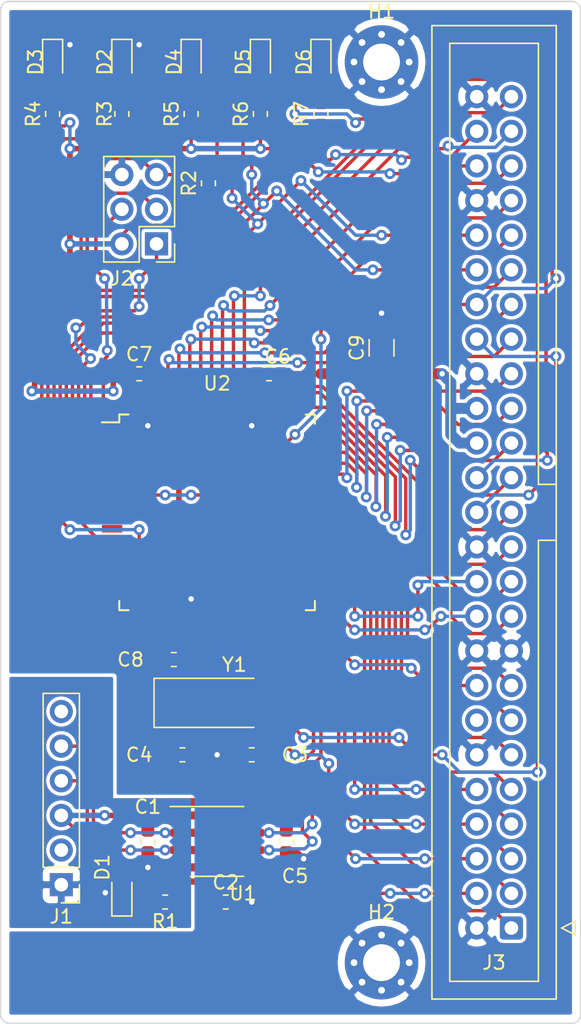
<source format=kicad_pcb>
(kicad_pcb (version 20171130) (host pcbnew "(5.1.6-0-10_14)")
  (title_block (title "Z80 Monitor") (date 2020-12-06) (rev 1) (company "James Macfarlane"))
  (layers (0 F.Cu signal) (31 B.Cu signal) (34 B.Paste user hide) (35 F.Paste user hide) (36 B.SilkS user) (37 F.SilkS user) (38 B.Mask user) (39 F.Mask user) (44 Edge.Cuts user))
  (net 0 "")
  (net 1 GND)
  (net 2 /D0)
  (net 3 /D1)
  (net 4 /~IORQ~)
  (net 5 /D2)
  (net 6 /~RD~)
  (net 7 /D3)
  (net 8 /~WR~)
  (net 9 /D4)
  (net 10 /~M1~)
  (net 11 /D5)
  (net 12 /D6)
  (net 13 /CLK)
  (net 14 /D7)
  (net 15 /~RESET~)
  (net 16 /A0)
  (net 17 /~WAIT~)
  (net 18 /A1)
  (net 19 /~INT~)
  (net 20 /A2)
  (net 21 /A3)
  (net 22 /~NMI~)
  (net 23 /A4)
  (net 24 /RSVD0)
  (net 25 /A5)
  (net 26 /A6)
  (net 27 /A7)
  (net 28 /A8)
  (net 29 /~MREQ~)
  (net 30 /A9)
  (net 31 /~HALT~)
  (net 32 /A10)
  (net 33 /~BUSAK~)
  (net 34 /A11)
  (net 35 /~BUSRQ~)
  (net 36 /A12)
  (net 37 /A13)
  (net 38 /RSVD1)
  (net 39 /A14)
  (net 40 /RSVD2)
  (net 41 /A15)
  (net 42 +5V)
  (net 43 /PDO)
  (net 44 /SCK)
  (net 45 /PDI)
  (net 46 /~RST~)
  (net 47 /RXD1)
  (net 48 /TXD1)
  (net 49 "Net-(D1-Pad2)")
  (net 50 "Net-(D2-Pad2)")
  (net 51 "Net-(D3-Pad2)")
  (net 52 "Net-(D4-Pad2)")
  (net 53 "Net-(D5-Pad2)")
  (net 54 "Net-(D6-Pad2)")
  (net 55 "Net-(R3-Pad2)")
  (net 56 "Net-(C1-Pad2)")
  (net 57 "Net-(C3-Pad1)")
  (net 58 "Net-(J1-Pad6)")
  (net 59 "Net-(J1-Pad5)")
  (net 60 "Net-(J1-Pad4)")
  (net 61 "Net-(J1-Pad2)")
  (net 62 "Net-(U2-Pad10)")
  (net 63 "Net-(U2-Pad12)")
  (net 64 "Net-(U2-Pad13)")
  (net 65 "Net-(U2-Pad15)")
  (net 66 "Net-(U2-Pad16)")
  (net 67 "Net-(U2-Pad17)")
  (net 68 "Net-(U2-Pad18)")
  (net 69 "Net-(U2-Pad19)")
  (net 70 "Net-(U2-Pad43)")
  (net 71 /ISO_GND)
  (net 72 "Net-(C4-Pad1)")
  (module MountingHole:MountingHole_2.7mm_M2.5_Pad_Via (layer F.Cu) (at 130.175 121.92)
    (fp_text reference H2 (at 0 -3.7) (layer F.SilkS))
    (fp_text value MountingHole_Pad)
    (pad 1 thru_hole circle (at 1.431891 -1.431891) (size 0.8 0.8) (drill 0.5) (layers *.Cu *.Mask) (net 1 GND))
    (pad 1 thru_hole circle (at 0 -2.025) (size 0.8 0.8) (drill 0.5) (layers *.Cu *.Mask) (net 1 GND))
    (pad 1 thru_hole circle (at -1.431891 -1.431891) (size 0.8 0.8) (drill 0.5) (layers *.Cu *.Mask) (net 1 GND))
    (pad 1 thru_hole circle (at -2.025 0) (size 0.8 0.8) (drill 0.5) (layers *.Cu *.Mask) (net 1 GND))
    (pad 1 thru_hole circle (at -1.431891 1.431891) (size 0.8 0.8) (drill 0.5) (layers *.Cu *.Mask) (net 1 GND))
    (pad 1 thru_hole circle (at 0 2.025) (size 0.8 0.8) (drill 0.5) (layers *.Cu *.Mask) (net 1 GND))
    (pad 1 thru_hole circle (at 1.431891 1.431891) (size 0.8 0.8) (drill 0.5) (layers *.Cu *.Mask) (net 1 GND))
    (pad 1 thru_hole circle (at 2.025 0) (size 0.8 0.8) (drill 0.5) (layers *.Cu *.Mask) (net 1 GND))
    (pad 1 thru_hole circle (at 0 0) (size 5.4 5.4) (drill 2.7) (layers *.Cu *.Mask) (net 1 GND))
  )
  (module MountingHole:MountingHole_2.7mm_M2.5_Pad_Via (layer F.Cu) (at 130.175 55.88)
    (fp_text reference H1 (at 0 -3.7) (layer F.SilkS))
    (fp_text value M2.5)
    (pad 1 thru_hole circle (at 1.431891 -1.431891) (size 0.8 0.8) (drill 0.5) (layers *.Cu *.Mask) (net 1 GND))
    (pad 1 thru_hole circle (at 0 -2.025) (size 0.8 0.8) (drill 0.5) (layers *.Cu *.Mask) (net 1 GND))
    (pad 1 thru_hole circle (at -1.431891 -1.431891) (size 0.8 0.8) (drill 0.5) (layers *.Cu *.Mask) (net 1 GND))
    (pad 1 thru_hole circle (at -2.025 0) (size 0.8 0.8) (drill 0.5) (layers *.Cu *.Mask) (net 1 GND))
    (pad 1 thru_hole circle (at -1.431891 1.431891) (size 0.8 0.8) (drill 0.5) (layers *.Cu *.Mask) (net 1 GND))
    (pad 1 thru_hole circle (at 0 2.025) (size 0.8 0.8) (drill 0.5) (layers *.Cu *.Mask) (net 1 GND))
    (pad 1 thru_hole circle (at 1.431891 1.431891) (size 0.8 0.8) (drill 0.5) (layers *.Cu *.Mask) (net 1 GND))
    (pad 1 thru_hole circle (at 2.025 0) (size 0.8 0.8) (drill 0.5) (layers *.Cu *.Mask) (net 1 GND))
    (pad 1 thru_hole circle (at 0 0) (size 5.4 5.4) (drill 2.7) (layers *.Cu *.Mask) (net 1 GND))
  )
  (module Capacitor_SMD:C_0603_1608Metric_Pad1.05x0.95mm_HandSolder (layer F.Cu) (at 118.745 117.475)
    (fp_text reference C2 (at 0 -1.43) (layer F.SilkS))
    (fp_text value 100p)
    (pad 2 smd roundrect (at 0.875 0) (size 1.05 0.95) (layers F.Cu F.Paste F.Mask) (net 1 GND))
    (pad 1 smd roundrect (at -0.875 0) (size 1.05 0.95) (layers F.Cu F.Paste F.Mask) (net 71 /ISO_GND))
  )
  (module LED_SMD:LED_0603_1608Metric_Pad1.05x0.95mm_HandSolder (layer F.Cu) (at 121.285 55.88 270)
    (fp_text reference D5 (at 0 1.27 90) (layer F.SilkS))
    (fp_text value BLU)
    (pad 2 smd roundrect (at 0.875 0 270) (size 1.05 0.95) (layers F.Cu F.Paste F.Mask) (net 53 "Net-(D5-Pad2)"))
    (pad 1 smd roundrect (at -0.875 0 270) (size 1.05 0.95) (layers F.Cu F.Paste F.Mask) (net 33 /~BUSAK~))
  )
  (module Housings_QFP:TQFP-64_14x14mm_Pitch0.8mm (layer F.Cu) (at 118.11 88.9)
    (fp_text reference U2 (at 0 -9.45) (layer F.SilkS))
    (fp_text value ATmega1281-16AU)
    (pad 1 smd rect (at -7.7 -6) (size 1.5 0.55) (layers F.Cu F.Paste F.Mask) (net 22 /~NMI~))
    (pad 2 smd rect (at -7.7 -5.2) (size 1.5 0.55) (layers F.Cu F.Paste F.Mask) (net 45 /PDI))
    (pad 3 smd rect (at -7.7 -4.4) (size 1.5 0.55) (layers F.Cu F.Paste F.Mask) (net 43 /PDO))
    (pad 4 smd rect (at -7.7 -3.6) (size 1.5 0.55) (layers F.Cu F.Paste F.Mask) (net 24 /RSVD0))
    (pad 5 smd rect (at -7.7 -2.8) (size 1.5 0.55) (layers F.Cu F.Paste F.Mask) (net 35 /~BUSRQ~))
    (pad 6 smd rect (at -7.7 -2) (size 1.5 0.55) (layers F.Cu F.Paste F.Mask) (net 33 /~BUSAK~))
    (pad 7 smd rect (at -7.7 -1.2) (size 1.5 0.55) (layers F.Cu F.Paste F.Mask) (net 31 /~HALT~))
    (pad 8 smd rect (at -7.7 -0.4) (size 1.5 0.55) (layers F.Cu F.Paste F.Mask) (net 38 /RSVD1))
    (pad 9 smd rect (at -7.7 0.4) (size 1.5 0.55) (layers F.Cu F.Paste F.Mask) (net 40 /RSVD2))
    (pad 10 smd rect (at -7.7 1.2) (size 1.5 0.55) (layers F.Cu F.Paste F.Mask) (net 62 "Net-(U2-Pad10)"))
    (pad 11 smd rect (at -7.7 2) (size 1.5 0.55) (layers F.Cu F.Paste F.Mask) (net 44 /SCK))
    (pad 12 smd rect (at -7.7 2.8) (size 1.5 0.55) (layers F.Cu F.Paste F.Mask) (net 63 "Net-(U2-Pad12)"))
    (pad 13 smd rect (at -7.7 3.6) (size 1.5 0.55) (layers F.Cu F.Paste F.Mask) (net 64 "Net-(U2-Pad13)"))
    (pad 14 smd rect (at -7.7 4.4) (size 1.5 0.55) (layers F.Cu F.Paste F.Mask) (net 55 "Net-(R3-Pad2)"))
    (pad 15 smd rect (at -7.7 5.2) (size 1.5 0.55) (layers F.Cu F.Paste F.Mask) (net 65 "Net-(U2-Pad15)"))
    (pad 16 smd rect (at -7.7 6) (size 1.5 0.55) (layers F.Cu F.Paste F.Mask) (net 66 "Net-(U2-Pad16)"))
    (pad 17 smd rect (at -6 7.7 90) (size 1.5 0.55) (layers F.Cu F.Paste F.Mask) (net 67 "Net-(U2-Pad17)"))
    (pad 18 smd rect (at -5.2 7.7 90) (size 1.5 0.55) (layers F.Cu F.Paste F.Mask) (net 68 "Net-(U2-Pad18)"))
    (pad 19 smd rect (at -4.4 7.7 90) (size 1.5 0.55) (layers F.Cu F.Paste F.Mask) (net 69 "Net-(U2-Pad19)"))
    (pad 20 smd rect (at -3.6 7.7 90) (size 1.5 0.55) (layers F.Cu F.Paste F.Mask) (net 46 /~RST~))
    (pad 21 smd rect (at -2.8 7.7 90) (size 1.5 0.55) (layers F.Cu F.Paste F.Mask) (net 42 +5V))
    (pad 22 smd rect (at -2 7.7 90) (size 1.5 0.55) (layers F.Cu F.Paste F.Mask) (net 1 GND))
    (pad 23 smd rect (at -1.2 7.7 90) (size 1.5 0.55) (layers F.Cu F.Paste F.Mask) (net 72 "Net-(C4-Pad1)"))
    (pad 24 smd rect (at -0.4 7.7 90) (size 1.5 0.55) (layers F.Cu F.Paste F.Mask) (net 57 "Net-(C3-Pad1)"))
    (pad 25 smd rect (at 0.4 7.7 90) (size 1.5 0.55) (layers F.Cu F.Paste F.Mask) (net 4 /~IORQ~))
    (pad 26 smd rect (at 1.2 7.7 90) (size 1.5 0.55) (layers F.Cu F.Paste F.Mask) (net 29 /~MREQ~))
    (pad 27 smd rect (at 2 7.7 90) (size 1.5 0.55) (layers F.Cu F.Paste F.Mask) (net 47 /RXD1))
    (pad 28 smd rect (at 2.8 7.7 90) (size 1.5 0.55) (layers F.Cu F.Paste F.Mask) (net 48 /TXD1))
    (pad 29 smd rect (at 3.6 7.7 90) (size 1.5 0.55) (layers F.Cu F.Paste F.Mask) (net 6 /~RD~))
    (pad 30 smd rect (at 4.4 7.7 90) (size 1.5 0.55) (layers F.Cu F.Paste F.Mask) (net 8 /~WR~))
    (pad 31 smd rect (at 5.2 7.7 90) (size 1.5 0.55) (layers F.Cu F.Paste F.Mask) (net 10 /~M1~))
    (pad 32 smd rect (at 6 7.7 90) (size 1.5 0.55) (layers F.Cu F.Paste F.Mask) (net 15 /~RESET~))
    (pad 33 smd rect (at 7.7 6) (size 1.5 0.55) (layers F.Cu F.Paste F.Mask) (net 17 /~WAIT~))
    (pad 34 smd rect (at 7.7 5.2) (size 1.5 0.55) (layers F.Cu F.Paste F.Mask) (net 19 /~INT~))
    (pad 35 smd rect (at 7.7 4.4) (size 1.5 0.55) (layers F.Cu F.Paste F.Mask) (net 2 /D0))
    (pad 36 smd rect (at 7.7 3.6) (size 1.5 0.55) (layers F.Cu F.Paste F.Mask) (net 3 /D1))
    (pad 37 smd rect (at 7.7 2.8) (size 1.5 0.55) (layers F.Cu F.Paste F.Mask) (net 5 /D2))
    (pad 38 smd rect (at 7.7 2) (size 1.5 0.55) (layers F.Cu F.Paste F.Mask) (net 7 /D3))
    (pad 39 smd rect (at 7.7 1.2) (size 1.5 0.55) (layers F.Cu F.Paste F.Mask) (net 9 /D4))
    (pad 40 smd rect (at 7.7 0.4) (size 1.5 0.55) (layers F.Cu F.Paste F.Mask) (net 11 /D5))
    (pad 41 smd rect (at 7.7 -0.4) (size 1.5 0.55) (layers F.Cu F.Paste F.Mask) (net 12 /D6))
    (pad 42 smd rect (at 7.7 -1.2) (size 1.5 0.55) (layers F.Cu F.Paste F.Mask) (net 14 /D7))
    (pad 43 smd rect (at 7.7 -2) (size 1.5 0.55) (layers F.Cu F.Paste F.Mask) (net 70 "Net-(U2-Pad43)"))
    (pad 44 smd rect (at 7.7 -2.8) (size 1.5 0.55) (layers F.Cu F.Paste F.Mask) (net 27 /A7))
    (pad 45 smd rect (at 7.7 -3.6) (size 1.5 0.55) (layers F.Cu F.Paste F.Mask) (net 26 /A6))
    (pad 46 smd rect (at 7.7 -4.4) (size 1.5 0.55) (layers F.Cu F.Paste F.Mask) (net 25 /A5))
    (pad 47 smd rect (at 7.7 -5.2) (size 1.5 0.55) (layers F.Cu F.Paste F.Mask) (net 23 /A4))
    (pad 48 smd rect (at 7.7 -6) (size 1.5 0.55) (layers F.Cu F.Paste F.Mask) (net 21 /A3))
    (pad 49 smd rect (at 6 -7.7 90) (size 1.5 0.55) (layers F.Cu F.Paste F.Mask) (net 20 /A2))
    (pad 50 smd rect (at 5.2 -7.7 90) (size 1.5 0.55) (layers F.Cu F.Paste F.Mask) (net 18 /A1))
    (pad 51 smd rect (at 4.4 -7.7 90) (size 1.5 0.55) (layers F.Cu F.Paste F.Mask) (net 16 /A0))
    (pad 52 smd rect (at 3.6 -7.7 90) (size 1.5 0.55) (layers F.Cu F.Paste F.Mask) (net 42 +5V))
    (pad 53 smd rect (at 2.8 -7.7 90) (size 1.5 0.55) (layers F.Cu F.Paste F.Mask) (net 1 GND))
    (pad 54 smd rect (at 2 -7.7 90) (size 1.5 0.55) (layers F.Cu F.Paste F.Mask) (net 41 /A15))
    (pad 55 smd rect (at 1.2 -7.7 90) (size 1.5 0.55) (layers F.Cu F.Paste F.Mask) (net 39 /A14))
    (pad 56 smd rect (at 0.4 -7.7 90) (size 1.5 0.55) (layers F.Cu F.Paste F.Mask) (net 37 /A13))
    (pad 57 smd rect (at -0.4 -7.7 90) (size 1.5 0.55) (layers F.Cu F.Paste F.Mask) (net 36 /A12))
    (pad 58 smd rect (at -1.2 -7.7 90) (size 1.5 0.55) (layers F.Cu F.Paste F.Mask) (net 34 /A11))
    (pad 59 smd rect (at -2 -7.7 90) (size 1.5 0.55) (layers F.Cu F.Paste F.Mask) (net 32 /A10))
    (pad 60 smd rect (at -2.8 -7.7 90) (size 1.5 0.55) (layers F.Cu F.Paste F.Mask) (net 30 /A9))
    (pad 61 smd rect (at -3.6 -7.7 90) (size 1.5 0.55) (layers F.Cu F.Paste F.Mask) (net 28 /A8))
    (pad 62 smd rect (at -4.4 -7.7 90) (size 1.5 0.55) (layers F.Cu F.Paste F.Mask) (net 42 +5V))
    (pad 63 smd rect (at -5.2 -7.7 90) (size 1.5 0.55) (layers F.Cu F.Paste F.Mask) (net 1 GND))
    (pad 64 smd rect (at -6 -7.7 90) (size 1.5 0.55) (layers F.Cu F.Paste F.Mask) (net 42 +5V))
  )
  (module Capacitor_SMD:C_0603_1608Metric_Pad1.05x0.95mm_HandSolder (layer F.Cu) (at 123.19 113.03 90)
    (fp_text reference C5 (at -2.54 0.635 180) (layer F.SilkS))
    (fp_text value 0u1)
    (pad 2 smd roundrect (at 0.875 0 90) (size 1.05 0.95) (layers F.Cu F.Paste F.Mask) (net 42 +5V))
    (pad 1 smd roundrect (at -0.875 0 90) (size 1.05 0.95) (layers F.Cu F.Paste F.Mask) (net 1 GND))
  )
  (module Capacitor_SMD:C_0603_1608Metric_Pad1.05x0.95mm_HandSolder (layer F.Cu) (at 114.935 99.695)
    (fp_text reference C8 (at -3.175 0) (layer F.SilkS))
    (fp_text value 0u1)
    (pad 2 smd roundrect (at 0.875 0) (size 1.05 0.95) (layers F.Cu F.Paste F.Mask) (net 1 GND))
    (pad 1 smd roundrect (at -0.875 0) (size 1.05 0.95) (layers F.Cu F.Paste F.Mask) (net 42 +5V))
  )
  (module Capacitor_SMD:C_0603_1608Metric_Pad1.05x0.95mm_HandSolder (layer F.Cu) (at 113.03 113.03 90)
    (fp_text reference C1 (at 2.54 0 180) (layer F.SilkS))
    (fp_text value 0u1)
    (pad 2 smd roundrect (at 0.875 0 90) (size 1.05 0.95) (layers F.Cu F.Paste F.Mask) (net 56 "Net-(C1-Pad2)"))
    (pad 1 smd roundrect (at -0.875 0 90) (size 1.05 0.95) (layers F.Cu F.Paste F.Mask) (net 71 /ISO_GND))
  )
  (module Connector_IDC:IDC-Header_2x25_P2.54mm_Vertical (layer F.Cu) (at 139.7 119.38 180)
    (fp_text reference J3 (at 1.27 -2.54) (layer F.SilkS))
    (fp_text value Conn_02x25_Odd_Even)
    (pad 50 thru_hole circle (at 2.54 60.96 180) (size 1.7 1.7) (drill 1) (layers *.Cu *.Mask) (net 1 GND))
    (pad 48 thru_hole circle (at 2.54 58.42 180) (size 1.7 1.7) (drill 1) (layers *.Cu *.Mask) (net 40 /RSVD2))
    (pad 46 thru_hole circle (at 2.54 55.88 180) (size 1.7 1.7) (drill 1) (layers *.Cu *.Mask) (net 38 /RSVD1))
    (pad 44 thru_hole circle (at 2.54 53.34 180) (size 1.7 1.7) (drill 1) (layers *.Cu *.Mask) (net 1 GND))
    (pad 42 thru_hole circle (at 2.54 50.8 180) (size 1.7 1.7) (drill 1) (layers *.Cu *.Mask) (net 35 /~BUSRQ~))
    (pad 40 thru_hole circle (at 2.54 48.26 180) (size 1.7 1.7) (drill 1) (layers *.Cu *.Mask) (net 33 /~BUSAK~))
    (pad 38 thru_hole circle (at 2.54 45.72 180) (size 1.7 1.7) (drill 1) (layers *.Cu *.Mask) (net 31 /~HALT~))
    (pad 36 thru_hole circle (at 2.54 43.18 180) (size 1.7 1.7) (drill 1) (layers *.Cu *.Mask) (net 29 /~MREQ~))
    (pad 34 thru_hole circle (at 2.54 40.64 180) (size 1.7 1.7) (drill 1) (layers *.Cu *.Mask) (net 1 GND))
    (pad 32 thru_hole circle (at 2.54 38.1 180) (size 1.7 1.7) (drill 1) (layers *.Cu *.Mask) (net 42 +5V))
    (pad 30 thru_hole circle (at 2.54 35.56 180) (size 1.7 1.7) (drill 1) (layers *.Cu *.Mask) (net 42 +5V))
    (pad 28 thru_hole circle (at 2.54 33.02 180) (size 1.7 1.7) (drill 1) (layers *.Cu *.Mask) (net 24 /RSVD0))
    (pad 26 thru_hole circle (at 2.54 30.48 180) (size 1.7 1.7) (drill 1) (layers *.Cu *.Mask) (net 22 /~NMI~))
    (pad 24 thru_hole circle (at 2.54 27.94 180) (size 1.7 1.7) (drill 1) (layers *.Cu *.Mask) (net 1 GND))
    (pad 22 thru_hole circle (at 2.54 25.4 180) (size 1.7 1.7) (drill 1) (layers *.Cu *.Mask) (net 19 /~INT~))
    (pad 20 thru_hole circle (at 2.54 22.86 180) (size 1.7 1.7) (drill 1) (layers *.Cu *.Mask) (net 17 /~WAIT~))
    (pad 18 thru_hole circle (at 2.54 20.32 180) (size 1.7 1.7) (drill 1) (layers *.Cu *.Mask) (net 1 GND))
    (pad 16 thru_hole circle (at 2.54 17.78 180) (size 1.7 1.7) (drill 1) (layers *.Cu *.Mask) (net 15 /~RESET~))
    (pad 14 thru_hole circle (at 2.54 15.24 180) (size 1.7 1.7) (drill 1) (layers *.Cu *.Mask) (net 13 /CLK))
    (pad 12 thru_hole circle (at 2.54 12.7 180) (size 1.7 1.7) (drill 1) (layers *.Cu *.Mask) (net 1 GND))
    (pad 10 thru_hole circle (at 2.54 10.16 180) (size 1.7 1.7) (drill 1) (layers *.Cu *.Mask) (net 10 /~M1~))
    (pad 8 thru_hole circle (at 2.54 7.62 180) (size 1.7 1.7) (drill 1) (layers *.Cu *.Mask) (net 8 /~WR~))
    (pad 6 thru_hole circle (at 2.54 5.08 180) (size 1.7 1.7) (drill 1) (layers *.Cu *.Mask) (net 6 /~RD~))
    (pad 4 thru_hole circle (at 2.54 2.54 180) (size 1.7 1.7) (drill 1) (layers *.Cu *.Mask) (net 4 /~IORQ~))
    (pad 2 thru_hole circle (at 2.54 0 180) (size 1.7 1.7) (drill 1) (layers *.Cu *.Mask) (net 1 GND))
    (pad 49 thru_hole circle (at 0 60.96 180) (size 1.7 1.7) (drill 1) (layers *.Cu *.Mask) (net 41 /A15))
    (pad 47 thru_hole circle (at 0 58.42 180) (size 1.7 1.7) (drill 1) (layers *.Cu *.Mask) (net 39 /A14))
    (pad 45 thru_hole circle (at 0 55.88 180) (size 1.7 1.7) (drill 1) (layers *.Cu *.Mask) (net 37 /A13))
    (pad 43 thru_hole circle (at 0 53.34 180) (size 1.7 1.7) (drill 1) (layers *.Cu *.Mask) (net 36 /A12))
    (pad 41 thru_hole circle (at 0 50.8 180) (size 1.7 1.7) (drill 1) (layers *.Cu *.Mask) (net 34 /A11))
    (pad 39 thru_hole circle (at 0 48.26 180) (size 1.7 1.7) (drill 1) (layers *.Cu *.Mask) (net 32 /A10))
    (pad 37 thru_hole circle (at 0 45.72 180) (size 1.7 1.7) (drill 1) (layers *.Cu *.Mask) (net 30 /A9))
    (pad 35 thru_hole circle (at 0 43.18 180) (size 1.7 1.7) (drill 1) (layers *.Cu *.Mask) (net 28 /A8))
    (pad 33 thru_hole circle (at 0 40.64 180) (size 1.7 1.7) (drill 1) (layers *.Cu *.Mask) (net 27 /A7))
    (pad 31 thru_hole circle (at 0 38.1 180) (size 1.7 1.7) (drill 1) (layers *.Cu *.Mask) (net 26 /A6))
    (pad 29 thru_hole circle (at 0 35.56 180) (size 1.7 1.7) (drill 1) (layers *.Cu *.Mask) (net 25 /A5))
    (pad 27 thru_hole circle (at 0 33.02 180) (size 1.7 1.7) (drill 1) (layers *.Cu *.Mask) (net 23 /A4))
    (pad 25 thru_hole circle (at 0 30.48 180) (size 1.7 1.7) (drill 1) (layers *.Cu *.Mask) (net 21 /A3))
    (pad 23 thru_hole circle (at 0 27.94 180) (size 1.7 1.7) (drill 1) (layers *.Cu *.Mask) (net 20 /A2))
    (pad 21 thru_hole circle (at 0 25.4 180) (size 1.7 1.7) (drill 1) (layers *.Cu *.Mask) (net 18 /A1))
    (pad 19 thru_hole circle (at 0 22.86 180) (size 1.7 1.7) (drill 1) (layers *.Cu *.Mask) (net 16 /A0))
    (pad 17 thru_hole circle (at 0 20.32 180) (size 1.7 1.7) (drill 1) (layers *.Cu *.Mask) (net 1 GND))
    (pad 15 thru_hole circle (at 0 17.78 180) (size 1.7 1.7) (drill 1) (layers *.Cu *.Mask) (net 14 /D7))
    (pad 13 thru_hole circle (at 0 15.24 180) (size 1.7 1.7) (drill 1) (layers *.Cu *.Mask) (net 12 /D6))
    (pad 11 thru_hole circle (at 0 12.7 180) (size 1.7 1.7) (drill 1) (layers *.Cu *.Mask) (net 11 /D5))
    (pad 9 thru_hole circle (at 0 10.16 180) (size 1.7 1.7) (drill 1) (layers *.Cu *.Mask) (net 9 /D4))
    (pad 7 thru_hole circle (at 0 7.62 180) (size 1.7 1.7) (drill 1) (layers *.Cu *.Mask) (net 7 /D3))
    (pad 5 thru_hole circle (at 0 5.08 180) (size 1.7 1.7) (drill 1) (layers *.Cu *.Mask) (net 5 /D2))
    (pad 3 thru_hole circle (at 0 2.54 180) (size 1.7 1.7) (drill 1) (layers *.Cu *.Mask) (net 3 /D1))
    (pad 1 thru_hole roundrect (at 0 0 180) (size 1.7 1.7) (drill 1) (layers *.Cu *.Mask) (roundrect_rratio 0.147059) (net 2 /D0))
  )
  (module Resistor_SMD:R_0603_1608Metric_Pad1.05x0.95mm_HandSolder (layer F.Cu) (at 117.475 64.77 90)
    (fp_text reference R2 (at 0 -1.43 90) (layer F.SilkS))
    (fp_text value 10K)
    (pad 2 smd roundrect (at 0.875 0 90) (size 1.05 0.95) (layers F.Cu F.Paste F.Mask) (net 46 /~RST~))
    (pad 1 smd roundrect (at -0.875 0 90) (size 1.05 0.95) (layers F.Cu F.Paste F.Mask) (net 42 +5V))
  )
  (module Connector_PinHeader_2.54mm:PinHeader_2x03_P2.54mm_Vertical (layer F.Cu) (at 113.665 69.215 180)
    (fp_text reference J2 (at 2.54 -2.54) (layer F.SilkS))
    (fp_text value Conn_02x03_Odd_Even)
    (pad 6 thru_hole oval (at 2.54 5.08 180) (size 1.7 1.7) (drill 1) (layers *.Cu *.Mask) (net 1 GND))
    (pad 5 thru_hole oval (at 0 5.08 180) (size 1.7 1.7) (drill 1) (layers *.Cu *.Mask) (net 46 /~RST~))
    (pad 4 thru_hole oval (at 2.54 2.54 180) (size 1.7 1.7) (drill 1) (layers *.Cu *.Mask) (net 45 /PDI))
    (pad 3 thru_hole oval (at 0 2.54 180) (size 1.7 1.7) (drill 1) (layers *.Cu *.Mask) (net 44 /SCK))
    (pad 2 thru_hole oval (at 2.54 0 180) (size 1.7 1.7) (drill 1) (layers *.Cu *.Mask) (net 42 +5V))
    (pad 1 thru_hole rect (at 0 0 180) (size 1.7 1.7) (drill 1) (layers *.Cu *.Mask) (net 43 /PDO))
  )
  (module Capacitor_SMD:C_1206_3216Metric_Pad1.42x1.75mm_HandSolder (layer F.Cu) (at 130.175 76.835 90)
    (fp_text reference C9 (at 0 -1.82 90) (layer F.SilkS))
    (fp_text value 10u)
    (pad 2 smd roundrect (at 1.4875 0 90) (size 1.425 1.75) (layers F.Cu F.Paste F.Mask) (roundrect_rratio 0.175439) (net 1 GND))
    (pad 1 smd roundrect (at -1.4875 0 90) (size 1.425 1.75) (layers F.Cu F.Paste F.Mask) (roundrect_rratio 0.175439) (net 42 +5V))
  )
  (module Capacitor_SMD:C_0603_1608Metric_Pad1.05x0.95mm_HandSolder (layer F.Cu) (at 112.395 78.74)
    (fp_text reference C7 (at 0 -1.43) (layer F.SilkS))
    (fp_text value 0u1)
    (pad 2 smd roundrect (at 0.875 0) (size 1.05 0.95) (layers F.Cu F.Paste F.Mask) (net 1 GND))
    (pad 1 smd roundrect (at -0.875 0) (size 1.05 0.95) (layers F.Cu F.Paste F.Mask) (net 42 +5V))
  )
  (module Capacitor_SMD:C_0603_1608Metric_Pad1.05x0.95mm_HandSolder (layer F.Cu) (at 121.92 78.74 180)
    (fp_text reference C6 (at -0.635 1.27) (layer F.SilkS))
    (fp_text value 0u1)
    (pad 2 smd roundrect (at 0.875 0 180) (size 1.05 0.95) (layers F.Cu F.Paste F.Mask) (net 1 GND))
    (pad 1 smd roundrect (at -0.875 0 180) (size 1.05 0.95) (layers F.Cu F.Paste F.Mask) (net 42 +5V))
  )
  (module Capacitor_SMD:C_0603_1608Metric_Pad1.05x0.95mm_HandSolder (layer F.Cu) (at 115.57 106.68)
    (fp_text reference C4 (at -3.175 0) (layer F.SilkS))
    (fp_text value 15p)
    (pad 2 smd roundrect (at 0.875 0) (size 1.05 0.95) (layers F.Cu F.Paste F.Mask) (net 1 GND))
    (pad 1 smd roundrect (at -0.875 0) (size 1.05 0.95) (layers F.Cu F.Paste F.Mask) (net 72 "Net-(C4-Pad1)"))
  )
  (module Capacitor_SMD:C_0603_1608Metric_Pad1.05x0.95mm_HandSolder (layer F.Cu) (at 120.65 106.68 180)
    (fp_text reference C3 (at -3.175 0) (layer F.SilkS))
    (fp_text value 15p)
    (pad 2 smd roundrect (at 0.875 0 180) (size 1.05 0.95) (layers F.Cu F.Paste F.Mask) (net 1 GND))
    (pad 1 smd roundrect (at -0.875 0 180) (size 1.05 0.95) (layers F.Cu F.Paste F.Mask) (net 57 "Net-(C3-Pad1)"))
  )
  (module Resistor_SMD:R_0603_1608Metric_Pad1.05x0.95mm_HandSolder (layer F.Cu) (at 125.73 59.69 90)
    (fp_text reference R7 (at 0 -1.43 90) (layer F.SilkS))
    (fp_text value 1K0)
    (pad 2 smd roundrect (at 0.875 0 90) (size 1.05 0.95) (layers F.Cu F.Paste F.Mask) (net 54 "Net-(D6-Pad2)"))
    (pad 1 smd roundrect (at -0.875 0 90) (size 1.05 0.95) (layers F.Cu F.Paste F.Mask) (net 42 +5V))
  )
  (module Resistor_SMD:R_0603_1608Metric_Pad1.05x0.95mm_HandSolder (layer F.Cu) (at 121.285 59.69 90)
    (fp_text reference R6 (at 0 -1.43 90) (layer F.SilkS))
    (fp_text value 1K0)
    (pad 2 smd roundrect (at 0.875 0 90) (size 1.05 0.95) (layers F.Cu F.Paste F.Mask) (net 53 "Net-(D5-Pad2)"))
    (pad 1 smd roundrect (at -0.875 0 90) (size 1.05 0.95) (layers F.Cu F.Paste F.Mask) (net 42 +5V))
  )
  (module Resistor_SMD:R_0603_1608Metric_Pad1.05x0.95mm_HandSolder (layer F.Cu) (at 116.205 59.69 90)
    (fp_text reference R5 (at 0 -1.43 90) (layer F.SilkS))
    (fp_text value 1K0)
    (pad 2 smd roundrect (at 0.875 0 90) (size 1.05 0.95) (layers F.Cu F.Paste F.Mask) (net 52 "Net-(D4-Pad2)"))
    (pad 1 smd roundrect (at -0.875 0 90) (size 1.05 0.95) (layers F.Cu F.Paste F.Mask) (net 42 +5V))
  )
  (module Resistor_SMD:R_0603_1608Metric_Pad1.05x0.95mm_HandSolder (layer F.Cu) (at 106.045 59.69 90)
    (fp_text reference R4 (at 0 -1.43 90) (layer F.SilkS))
    (fp_text value 1K0)
    (pad 2 smd roundrect (at 0.875 0 90) (size 1.05 0.95) (layers F.Cu F.Paste F.Mask) (net 51 "Net-(D3-Pad2)"))
    (pad 1 smd roundrect (at -0.875 0 90) (size 1.05 0.95) (layers F.Cu F.Paste F.Mask) (net 42 +5V))
  )
  (module Resistor_SMD:R_0603_1608Metric_Pad1.05x0.95mm_HandSolder (layer F.Cu) (at 111.125 59.69 270)
    (fp_text reference R3 (at 0 1.27 90) (layer F.SilkS))
    (fp_text value 1K0)
    (pad 2 smd roundrect (at 0.875 0 270) (size 1.05 0.95) (layers F.Cu F.Paste F.Mask) (net 55 "Net-(R3-Pad2)"))
    (pad 1 smd roundrect (at -0.875 0 270) (size 1.05 0.95) (layers F.Cu F.Paste F.Mask) (net 50 "Net-(D2-Pad2)"))
  )
  (module Resistor_SMD:R_0603_1608Metric_Pad1.05x0.95mm_HandSolder (layer F.Cu) (at 114.3 117.475 180)
    (fp_text reference R1 (at 0 -1.43) (layer F.SilkS))
    (fp_text value 1K0)
    (pad 2 smd roundrect (at 0.875 0 180) (size 1.05 0.95) (layers F.Cu F.Paste F.Mask) (net 49 "Net-(D1-Pad2)"))
    (pad 1 smd roundrect (at -0.875 0 180) (size 1.05 0.95) (layers F.Cu F.Paste F.Mask) (net 56 "Net-(C1-Pad2)"))
  )
  (module Connector_PinHeader_2.54mm:PinHeader_1x06_P2.54mm_Vertical (layer F.Cu) (at 106.68 116.205 180)
    (fp_text reference J1 (at 0 -2.33) (layer F.SilkS))
    (fp_text value Conn_01x06)
    (pad 6 thru_hole oval (at 0 12.7 180) (size 1.7 1.7) (drill 1) (layers *.Cu *.Mask) (net 58 "Net-(J1-Pad6)"))
    (pad 5 thru_hole oval (at 0 10.16 180) (size 1.7 1.7) (drill 1) (layers *.Cu *.Mask) (net 59 "Net-(J1-Pad5)"))
    (pad 4 thru_hole oval (at 0 7.62 180) (size 1.7 1.7) (drill 1) (layers *.Cu *.Mask) (net 60 "Net-(J1-Pad4)"))
    (pad 3 thru_hole oval (at 0 5.08 180) (size 1.7 1.7) (drill 1) (layers *.Cu *.Mask) (net 56 "Net-(C1-Pad2)"))
    (pad 2 thru_hole oval (at 0 2.54 180) (size 1.7 1.7) (drill 1) (layers *.Cu *.Mask) (net 61 "Net-(J1-Pad2)"))
    (pad 1 thru_hole rect (at 0 0 180) (size 1.7 1.7) (drill 1) (layers *.Cu *.Mask) (net 71 /ISO_GND))
  )
  (module LED_SMD:LED_0603_1608Metric_Pad1.05x0.95mm_HandSolder (layer F.Cu) (at 125.73 55.88 270)
    (fp_text reference D6 (at 0 1.27 90) (layer F.SilkS))
    (fp_text value RED)
    (pad 2 smd roundrect (at 0.875 0 270) (size 1.05 0.95) (layers F.Cu F.Paste F.Mask) (net 54 "Net-(D6-Pad2)"))
    (pad 1 smd roundrect (at -0.875 0 270) (size 1.05 0.95) (layers F.Cu F.Paste F.Mask) (net 31 /~HALT~))
  )
  (module LED_SMD:LED_0603_1608Metric_Pad1.05x0.95mm_HandSolder (layer F.Cu) (at 116.205 55.88 270)
    (fp_text reference D4 (at 0 1.27 90) (layer F.SilkS))
    (fp_text value BLU)
    (pad 2 smd roundrect (at 0.875 0 270) (size 1.05 0.95) (layers F.Cu F.Paste F.Mask) (net 52 "Net-(D4-Pad2)"))
    (pad 1 smd roundrect (at -0.875 0 270) (size 1.05 0.95) (layers F.Cu F.Paste F.Mask) (net 35 /~BUSRQ~))
  )
  (module LED_SMD:LED_0603_1608Metric_Pad1.05x0.95mm_HandSolder (layer F.Cu) (at 106.045 55.88 270)
    (fp_text reference D3 (at 0 1.27 90) (layer F.SilkS))
    (fp_text value GRN)
    (pad 2 smd roundrect (at 0.875 0 270) (size 1.05 0.95) (layers F.Cu F.Paste F.Mask) (net 51 "Net-(D3-Pad2)"))
    (pad 1 smd roundrect (at -0.875 0 270) (size 1.05 0.95) (layers F.Cu F.Paste F.Mask) (net 1 GND))
  )
  (module LED_SMD:LED_0603_1608Metric_Pad1.05x0.95mm_HandSolder (layer F.Cu) (at 111.125 55.88 270)
    (fp_text reference D2 (at 0 1.27 90) (layer F.SilkS))
    (fp_text value YEL)
    (pad 2 smd roundrect (at 0.875 0 270) (size 1.05 0.95) (layers F.Cu F.Paste F.Mask) (net 50 "Net-(D2-Pad2)"))
    (pad 1 smd roundrect (at -0.875 0 270) (size 1.05 0.95) (layers F.Cu F.Paste F.Mask) (net 1 GND))
  )
  (module LED_SMD:LED_0603_1608Metric_Pad1.05x0.95mm_HandSolder (layer F.Cu) (at 111.125 116.84 90)
    (fp_text reference D1 (at 1.905 -1.43 90) (layer F.SilkS))
    (fp_text value GRN)
    (pad 2 smd roundrect (at 0.875 0 90) (size 1.05 0.95) (layers F.Cu F.Paste F.Mask) (net 49 "Net-(D1-Pad2)"))
    (pad 1 smd roundrect (at -0.875 0 90) (size 1.05 0.95) (layers F.Cu F.Paste F.Mask) (net 71 /ISO_GND))
  )
  (module Crystal:Crystal_SMD_Abracon_ABM3-2Pin_5.0x3.2mm_HandSoldering (layer F.Cu) (at 118.11 102.87)
    (fp_text reference Y1 (at 1.27 -2.8) (layer F.SilkS))
    (fp_text value 16MHz)
    (pad 2 smd rect (at 2.7625 0) (size 3.325 2.4) (layers F.Cu F.Paste F.Mask) (net 57 "Net-(C3-Pad1)"))
    (pad 1 smd rect (at -2.7625 0) (size 3.325 2.4) (layers F.Cu F.Paste F.Mask) (net 72 "Net-(C4-Pad1)"))
  )
  (module Package_SO:SOIC-8_3.9x4.9mm_P1.27mm (layer F.Cu) (at 118.11 113.03)
    (fp_text reference U1 (at 1.905 3.81) (layer F.SilkS))
    (fp_text value ADuM1201CR)
    (pad 8 smd roundrect (at 2.475 -1.905) (size 1.95 0.6) (layers F.Cu F.Paste F.Mask) (net 42 +5V))
    (pad 7 smd roundrect (at 2.475 -0.635) (size 1.95 0.6) (layers F.Cu F.Paste F.Mask) (net 48 /TXD1))
    (pad 6 smd roundrect (at 2.475 0.635) (size 1.95 0.6) (layers F.Cu F.Paste F.Mask) (net 47 /RXD1))
    (pad 5 smd roundrect (at 2.475 1.905) (size 1.95 0.6) (layers F.Cu F.Paste F.Mask) (net 1 GND))
    (pad 4 smd roundrect (at -2.475 1.905) (size 1.95 0.6) (layers F.Cu F.Paste F.Mask) (net 71 /ISO_GND))
    (pad 3 smd roundrect (at -2.475 0.635) (size 1.95 0.6) (layers F.Cu F.Paste F.Mask) (net 60 "Net-(J1-Pad4)"))
    (pad 2 smd roundrect (at -2.475 -0.635) (size 1.95 0.6) (layers F.Cu F.Paste F.Mask) (net 59 "Net-(J1-Pad5)"))
    (pad 1 smd roundrect (at -2.475 -1.905) (size 1.95 0.6) (layers F.Cu F.Paste F.Mask) (net 56 "Net-(C1-Pad2)"))
  )
  (gr_arc (start 144.145 125.73) (end 144.145 126.365) (angle -90) (layer Edge.Cuts) (width 0.1))
  (gr_arc (start 102.87 125.73) (end 102.235 125.73) (angle -90) (layer Edge.Cuts) (width 0.1))
  (gr_arc (start 102.87 52.07) (end 102.87 51.435) (angle -90) (layer Edge.Cuts) (width 0.1))
  (gr_line (start 144.145 51.435) (end 102.87 51.435) (layer Edge.Cuts) (width 0.1))
  (gr_line (start 102.235 52.07) (end 102.235 125.73) (layer Edge.Cuts) (width 0.1))
  (gr_line (start 144.145 126.365) (end 102.87 126.365) (layer Edge.Cuts) (width 0.1))
  (gr_line (start 144.78 52.07) (end 144.78 125.73) (layer Edge.Cuts) (width 0.1))
  (gr_arc (start 144.145 52.07) (end 144.78 52.07) (angle -90) (layer Edge.Cuts) (width 0.1))
  (gr_text "Z80 Monitor R1\nJ.L.Macfarlane 2020" (at 115.57 122.555) (layer F.Cu) (effects (font (size 1.5 1.5) (thickness 0.3))))
  (gr_text COMS (at 111.125 53.34) (layer F.Cu) (effects (font (size 1 1) (thickness 0.25))))
  (gr_text PWR (at 106.045 53.34) (layer F.Cu) (effects (font (size 1 1) (thickness 0.25))))
  (gr_text REQ (at 116.205 53.34) (layer F.Cu) (effects (font (size 1 1) (thickness 0.25))))
  (gr_text ACK (at 121.285 53.34) (layer F.Cu) (effects (font (size 1 1) (thickness 0.25))))
  (gr_text HALT (at 125.73 53.34) (layer F.Cu) (effects (font (size 1 1) (thickness 0.25))))
  (segment (start 120.91 78.875) (end 121.045 78.74) (width 0.4064) (layer F.Cu) (net 1))
  (segment (start 120.91 81.2) (end 120.91 78.875) (width 0.4064) (layer F.Cu) (net 1))
  (via (at 120.65 82.55) (size 0.8) (drill 0.4) (layers F.Cu B.Cu) (net 1))
  (segment (start 120.91 82.29) (end 120.65 82.55) (width 0.4064) (layer F.Cu) (net 1))
  (segment (start 120.91 81.2) (end 120.91 82.29) (width 0.4064) (layer F.Cu) (net 1))
  (via (at 113.03 82.55) (size 0.8) (drill 0.4) (layers F.Cu B.Cu) (net 1))
  (segment (start 112.91 82.43) (end 113.03 82.55) (width 0.4064) (layer F.Cu) (net 1))
  (segment (start 112.91 81.2) (end 112.91 82.43) (width 0.4064) (layer F.Cu) (net 1))
  (segment (start 113.27 78.74) (end 113.27 79.77) (width 0.4064) (layer F.Cu) (net 1))
  (segment (start 112.91 80.13) (end 112.91 81.2) (width 0.4064) (layer F.Cu) (net 1))
  (segment (start 113.27 79.77) (end 112.91 80.13) (width 0.4064) (layer F.Cu) (net 1))
  (via (at 116.205 95.25) (size 0.8) (drill 0.4) (layers F.Cu B.Cu) (net 1))
  (segment (start 116.11 95.345) (end 116.205 95.25) (width 0.4064) (layer F.Cu) (net 1))
  (segment (start 116.11 96.6) (end 116.11 95.345) (width 0.4064) (layer F.Cu) (net 1))
  (segment (start 116.11 99.395) (end 115.81 99.695) (width 0.4064) (layer F.Cu) (net 1))
  (segment (start 116.11 96.6) (end 116.11 99.395) (width 0.4064) (layer F.Cu) (net 1))
  (via (at 118.11 106.68) (size 0.8) (drill 0.4) (layers F.Cu B.Cu) (net 1))
  (segment (start 116.445 106.68) (end 118.11 106.68) (width 0.25) (layer F.Cu) (net 1))
  (segment (start 119.775 106.68) (end 118.11 106.68) (width 0.25) (layer F.Cu) (net 1))
  (via (at 130.175 74.295) (size 0.8) (drill 0.4) (layers F.Cu B.Cu) (net 1))
  (segment (start 130.175 75.3475) (end 130.175 74.295) (width 0.8128) (layer F.Cu) (net 1))
  (segment (start 122.16 114.935) (end 123.19 113.905) (width 0.4064) (layer F.Cu) (net 1))
  (segment (start 120.585 114.935) (end 122.16 114.935) (width 0.4064) (layer F.Cu) (net 1))
  (via (at 124.46 114.3) (size 0.8) (drill 0.4) (layers F.Cu B.Cu) (net 1))
  (segment (start 124.065 113.905) (end 124.46 114.3) (width 0.4064) (layer F.Cu) (net 1))
  (segment (start 123.19 113.905) (end 124.065 113.905) (width 0.4064) (layer F.Cu) (net 1))
  (via (at 112.395 54.61) (size 0.8) (drill 0.4) (layers F.Cu B.Cu) (net 1))
  (segment (start 112 55.005) (end 112.395 54.61) (width 0.25) (layer F.Cu) (net 1))
  (segment (start 111.125 55.005) (end 112 55.005) (width 0.25) (layer F.Cu) (net 1))
  (segment (start 106.92 55.005) (end 107.315 54.61) (width 0.25) (layer F.Cu) (net 1))
  (segment (start 106.045 55.005) (end 106.92 55.005) (width 0.25) (layer F.Cu) (net 1))
  (via (at 107.315 54.61) (size 0.8) (drill 0.4) (layers F.Cu B.Cu) (net 1))
  (via (at 120.65 117.475) (size 0.8) (drill 0.4) (layers F.Cu B.Cu) (net 1))
  (segment (start 119.62 117.475) (end 120.65 117.475) (width 0.4064) (layer F.Cu) (net 1))
  (segment (start 128.928162 94.003162) (end 128.928162 113.688162) (width 0.25) (layer F.Cu) (net 2))
  (segment (start 128.928162 113.688162) (end 133.35 118.11) (width 0.25) (layer F.Cu) (net 2))
  (segment (start 138.43 118.11) (end 139.7 119.38) (width 0.25) (layer F.Cu) (net 2))
  (segment (start 133.35 118.11) (end 138.43 118.11) (width 0.25) (layer F.Cu) (net 2))
  (segment (start 125.81 93.3) (end 128.225 93.3) (width 0.25) (layer F.Cu) (net 2))
  (segment (start 128.225 93.3) (end 128.928162 94.003162) (width 0.25) (layer F.Cu) (net 2))
  (segment (start 138.43 115.57) (end 139.7 116.84) (width 0.25) (layer F.Cu) (net 3))
  (segment (start 133.35 115.57) (end 138.43 115.57) (width 0.25) (layer F.Cu) (net 3))
  (segment (start 129.378172 111.598172) (end 133.35 115.57) (width 0.25) (layer F.Cu) (net 3))
  (segment (start 129.378172 93.726) (end 129.378172 111.598172) (width 0.25) (layer F.Cu) (net 3))
  (segment (start 128.152172 92.5) (end 129.378172 93.726) (width 0.25) (layer F.Cu) (net 3))
  (segment (start 125.81 92.5) (end 128.152172 92.5) (width 0.25) (layer F.Cu) (net 3))
  (via (at 126.303151 107.315) (size 0.8) (drill 0.4) (layers F.Cu B.Cu) (net 4))
  (via (at 130.81 116.84) (size 0.8) (drill 0.4) (layers F.Cu B.Cu) (net 4))
  (segment (start 129.736998 116.84) (end 130.81 116.84) (width 0.25) (layer F.Cu) (net 4))
  (segment (start 126.303151 113.406153) (end 129.736998 116.84) (width 0.25) (layer F.Cu) (net 4))
  (segment (start 126.303151 107.315) (end 126.303151 113.406153) (width 0.25) (layer F.Cu) (net 4))
  (via (at 133.35 116.84) (size 0.8) (drill 0.4) (layers F.Cu B.Cu) (net 4))
  (segment (start 130.81 116.84) (end 133.35 116.84) (width 0.25) (layer B.Cu) (net 4))
  (segment (start 133.35 116.84) (end 137.16 116.84) (width 0.25) (layer F.Cu) (net 4))
  (segment (start 125.668151 106.68) (end 126.303151 107.315) (width 0.25) (layer B.Cu) (net 4))
  (segment (start 123.825 106.68) (end 125.668151 106.68) (width 0.25) (layer B.Cu) (net 4))
  (via (at 123.825 106.68) (size 0.8) (drill 0.4) (layers F.Cu B.Cu) (net 4))
  (segment (start 118.51 97.6) (end 118.51 96.6) (width 0.25) (layer F.Cu) (net 4))
  (segment (start 122.254999 101.344999) (end 118.51 97.6) (width 0.25) (layer F.Cu) (net 4))
  (segment (start 122.795001 101.344999) (end 122.254999 101.344999) (width 0.25) (layer F.Cu) (net 4))
  (segment (start 123.19 101.739998) (end 122.795001 101.344999) (width 0.25) (layer F.Cu) (net 4))
  (segment (start 123.19 106.045) (end 123.19 101.739998) (width 0.25) (layer F.Cu) (net 4))
  (segment (start 123.825 106.68) (end 123.19 106.045) (width 0.25) (layer F.Cu) (net 4))
  (segment (start 138.43 113.03) (end 139.7 114.3) (width 0.25) (layer F.Cu) (net 5))
  (segment (start 127.988582 91.7) (end 129.828182 93.5396) (width 0.25) (layer F.Cu) (net 5))
  (segment (start 129.828182 93.5396) (end 129.828182 110.143182) (width 0.25) (layer F.Cu) (net 5))
  (segment (start 132.715 113.03) (end 138.43 113.03) (width 0.25) (layer F.Cu) (net 5))
  (segment (start 129.828182 110.143182) (end 132.715 113.03) (width 0.25) (layer F.Cu) (net 5))
  (segment (start 125.81 91.7) (end 127.988582 91.7) (width 0.25) (layer F.Cu) (net 5))
  (segment (start 121.71 96.6) (end 121.71 97.58141) (width 0.25) (layer F.Cu) (net 6))
  (segment (start 127.028151 113.058151) (end 128.27 114.3) (width 0.25) (layer F.Cu) (net 6))
  (segment (start 127.028151 102.899561) (end 127.028151 113.058151) (width 0.25) (layer F.Cu) (net 6))
  (via (at 128.27 114.3) (size 0.8) (drill 0.4) (layers F.Cu B.Cu) (net 6))
  (segment (start 121.71 97.58141) (end 127.028151 102.899561) (width 0.25) (layer F.Cu) (net 6))
  (via (at 133.35 114.3) (size 0.8) (drill 0.4) (layers F.Cu B.Cu) (net 6))
  (segment (start 128.27 114.3) (end 133.35 114.3) (width 0.25) (layer B.Cu) (net 6))
  (segment (start 133.35 114.3) (end 137.16 114.3) (width 0.25) (layer F.Cu) (net 6))
  (segment (start 132.715 110.49) (end 138.43 110.49) (width 0.25) (layer F.Cu) (net 7))
  (segment (start 130.279962 108.054962) (end 132.715 110.49) (width 0.25) (layer F.Cu) (net 7))
  (segment (start 138.43 110.49) (end 139.7 111.76) (width 0.25) (layer F.Cu) (net 7))
  (segment (start 130.279962 93.345) (end 130.279962 108.054962) (width 0.25) (layer F.Cu) (net 7))
  (segment (start 127.834962 90.9) (end 130.279962 93.345) (width 0.25) (layer F.Cu) (net 7))
  (segment (start 125.81 90.9) (end 127.834962 90.9) (width 0.25) (layer F.Cu) (net 7))
  (segment (start 122.51 96.6) (end 122.51 97.745) (width 0.25) (layer F.Cu) (net 8))
  (via (at 128.203162 111.76) (size 0.8) (drill 0.4) (layers F.Cu B.Cu) (net 8))
  (segment (start 127.478161 111.034999) (end 128.203162 111.76) (width 0.25) (layer F.Cu) (net 8))
  (segment (start 127.478161 102.713161) (end 127.478161 111.034999) (width 0.25) (layer F.Cu) (net 8))
  (segment (start 122.51 97.745) (end 127.478161 102.713161) (width 0.25) (layer F.Cu) (net 8))
  (via (at 132.715 111.76) (size 0.8) (drill 0.4) (layers F.Cu B.Cu) (net 8))
  (segment (start 128.203162 111.76) (end 132.715 111.76) (width 0.25) (layer B.Cu) (net 8))
  (segment (start 132.715 111.76) (end 137.16 111.76) (width 0.25) (layer F.Cu) (net 8))
  (segment (start 138.43 107.95) (end 139.7 109.22) (width 0.25) (layer F.Cu) (net 9))
  (segment (start 132.715 107.95) (end 138.43 107.95) (width 0.25) (layer F.Cu) (net 9))
  (segment (start 130.729972 105.964972) (end 132.715 107.95) (width 0.25) (layer F.Cu) (net 9))
  (segment (start 130.729972 93.091) (end 130.729972 105.964972) (width 0.25) (layer F.Cu) (net 9))
  (segment (start 127.738972 90.1) (end 130.729972 93.091) (width 0.25) (layer F.Cu) (net 9))
  (segment (start 125.81 90.1) (end 127.738972 90.1) (width 0.25) (layer F.Cu) (net 9))
  (via (at 128.203162 109.22) (size 0.8) (drill 0.4) (layers F.Cu B.Cu) (net 10))
  (segment (start 128.203162 102.493162) (end 128.203162 109.22) (width 0.25) (layer F.Cu) (net 10))
  (segment (start 123.31 97.6) (end 128.203162 102.493162) (width 0.25) (layer F.Cu) (net 10))
  (segment (start 123.31 96.6) (end 123.31 97.6) (width 0.25) (layer F.Cu) (net 10))
  (via (at 132.715 109.22) (size 0.8) (drill 0.4) (layers F.Cu B.Cu) (net 10))
  (segment (start 128.203162 109.22) (end 132.715 109.22) (width 0.25) (layer B.Cu) (net 10))
  (segment (start 132.715 109.22) (end 137.16 109.22) (width 0.25) (layer F.Cu) (net 10))
  (segment (start 133.35 105.41) (end 138.43 105.41) (width 0.25) (layer F.Cu) (net 11))
  (segment (start 138.43 105.41) (end 139.7 106.68) (width 0.25) (layer F.Cu) (net 11))
  (segment (start 131.179982 92.837) (end 131.179982 103.239982) (width 0.25) (layer F.Cu) (net 11))
  (segment (start 131.179982 103.239982) (end 133.35 105.41) (width 0.25) (layer F.Cu) (net 11))
  (segment (start 127.642982 89.3) (end 131.179982 92.837) (width 0.25) (layer F.Cu) (net 11))
  (segment (start 125.81 89.3) (end 127.642982 89.3) (width 0.25) (layer F.Cu) (net 11))
  (segment (start 138.43 102.87) (end 139.7 104.14) (width 0.25) (layer F.Cu) (net 12))
  (segment (start 133.444999 102.87) (end 138.43 102.87) (width 0.25) (layer F.Cu) (net 12))
  (segment (start 131.629991 101.149991) (end 133.444999 102.87) (width 0.25) (layer F.Cu) (net 12))
  (segment (start 131.62999 92.583) (end 131.629991 101.149991) (width 0.25) (layer F.Cu) (net 12))
  (segment (start 127.54699 88.5) (end 131.62999 92.583) (width 0.25) (layer F.Cu) (net 12))
  (segment (start 125.81 88.5) (end 127.54699 88.5) (width 0.25) (layer F.Cu) (net 12))
  (segment (start 138.43 100.33) (end 139.7 101.6) (width 0.25) (layer F.Cu) (net 14))
  (segment (start 134.150998 100.33) (end 138.43 100.33) (width 0.25) (layer F.Cu) (net 14))
  (segment (start 132.08 98.259002) (end 134.150998 100.33) (width 0.25) (layer F.Cu) (net 14))
  (segment (start 132.08 92.202) (end 132.08 98.259002) (width 0.25) (layer F.Cu) (net 14))
  (segment (start 127.578 87.7) (end 132.08 92.202) (width 0.25) (layer F.Cu) (net 14))
  (segment (start 125.81 87.7) (end 127.578 87.7) (width 0.25) (layer F.Cu) (net 14))
  (via (at 128.203162 100.076) (size 0.8) (drill 0.4) (layers F.Cu B.Cu) (net 15))
  (segment (start 124.727162 96.6) (end 128.203162 100.076) (width 0.25) (layer F.Cu) (net 15))
  (segment (start 124.11 96.6) (end 124.727162 96.6) (width 0.25) (layer F.Cu) (net 15))
  (via (at 132.35499 100.33) (size 0.8) (drill 0.4) (layers F.Cu B.Cu) (net 15))
  (segment (start 132.10099 100.076) (end 132.35499 100.33) (width 0.25) (layer B.Cu) (net 15))
  (segment (start 128.203162 100.076) (end 132.10099 100.076) (width 0.25) (layer B.Cu) (net 15))
  (segment (start 133.62499 101.6) (end 137.16 101.6) (width 0.25) (layer F.Cu) (net 15))
  (segment (start 132.35499 100.33) (end 133.62499 101.6) (width 0.25) (layer F.Cu) (net 15))
  (segment (start 138.43 97.79) (end 139.7 96.52) (width 0.25) (layer F.Cu) (net 16))
  (segment (start 136.525 97.79) (end 138.43 97.79) (width 0.25) (layer F.Cu) (net 16))
  (segment (start 132.842 92.837) (end 135.255 95.25) (width 0.25) (layer F.Cu) (net 16))
  (segment (start 135.255 96.52) (end 136.525 97.79) (width 0.25) (layer F.Cu) (net 16))
  (segment (start 132.842 86.675538) (end 132.842 92.837) (width 0.25) (layer F.Cu) (net 16))
  (segment (start 123.035011 79.674989) (end 125.841452 79.67499) (width 0.25) (layer F.Cu) (net 16))
  (segment (start 135.255 95.25) (end 135.255 96.52) (width 0.25) (layer F.Cu) (net 16))
  (segment (start 125.841452 79.67499) (end 132.842 86.675538) (width 0.25) (layer F.Cu) (net 16))
  (segment (start 122.51 80.2) (end 123.035011 79.674989) (width 0.25) (layer F.Cu) (net 16))
  (segment (start 122.51 81.2) (end 122.51 80.2) (width 0.25) (layer F.Cu) (net 16))
  (segment (start 126.81 94.9) (end 127 95.09) (width 0.25) (layer F.Cu) (net 17))
  (segment (start 125.81 94.9) (end 126.81 94.9) (width 0.25) (layer F.Cu) (net 17))
  (via (at 128.203162 97.520003) (size 0.8) (drill 0.4) (layers F.Cu B.Cu) (net 17))
  (segment (start 128.130163 97.520003) (end 128.203162 97.520003) (width 0.25) (layer F.Cu) (net 17))
  (segment (start 127 96.38984) (end 128.130163 97.520003) (width 0.25) (layer F.Cu) (net 17))
  (segment (start 127 95.09) (end 127 96.38984) (width 0.25) (layer F.Cu) (net 17))
  (via (at 133.35 97.520003) (size 0.8) (drill 0.4) (layers F.Cu B.Cu) (net 17))
  (segment (start 128.203162 97.520003) (end 133.35 97.520003) (width 0.25) (layer B.Cu) (net 17))
  (via (at 134.53 96.52) (size 0.8) (drill 0.4) (layers F.Cu B.Cu) (net 17))
  (segment (start 133.529997 97.520003) (end 134.53 96.52) (width 0.25) (layer F.Cu) (net 17))
  (segment (start 133.35 97.520003) (end 133.529997 97.520003) (width 0.25) (layer F.Cu) (net 17))
  (segment (start 134.53 96.52) (end 137.16 96.52) (width 0.25) (layer B.Cu) (net 17))
  (via (at 131.953 90.551) (size 0.8) (drill 0.4) (layers F.Cu B.Cu) (net 18))
  (segment (start 125.655051 80.124999) (end 131.953 86.422948) (width 0.25) (layer F.Cu) (net 18))
  (segment (start 131.953 86.422948) (end 131.953 90.551) (width 0.25) (layer F.Cu) (net 18))
  (segment (start 123.385001 80.124999) (end 125.655051 80.124999) (width 0.25) (layer F.Cu) (net 18))
  (segment (start 123.31 80.2) (end 123.385001 80.124999) (width 0.25) (layer F.Cu) (net 18))
  (segment (start 123.31 81.2) (end 123.31 80.2) (width 0.25) (layer F.Cu) (net 18))
  (segment (start 132.280148 90.223852) (end 132.280148 85.079116) (width 0.25) (layer B.Cu) (net 18))
  (via (at 132.280148 85.079116) (size 0.8) (drill 0.4) (layers F.Cu B.Cu) (net 18))
  (segment (start 131.953 90.551) (end 132.280148 90.223852) (width 0.25) (layer B.Cu) (net 18))
  (segment (start 133.567001 86.365969) (end 133.567001 92.292001) (width 0.25) (layer F.Cu) (net 18))
  (segment (start 132.280148 85.079116) (end 133.567001 86.365969) (width 0.25) (layer F.Cu) (net 18))
  (segment (start 133.567001 92.292001) (end 136.525 95.25) (width 0.25) (layer F.Cu) (net 18))
  (segment (start 138.43 95.25) (end 139.7 93.98) (width 0.25) (layer F.Cu) (net 18))
  (segment (start 136.525 95.25) (end 138.43 95.25) (width 0.25) (layer F.Cu) (net 18))
  (via (at 128.203162 96.52) (size 0.8) (drill 0.4) (layers F.Cu B.Cu) (net 19))
  (segment (start 128.203162 95.183162) (end 128.203162 96.52) (width 0.25) (layer F.Cu) (net 19))
  (segment (start 127.12 94.1) (end 128.203162 95.183162) (width 0.25) (layer F.Cu) (net 19))
  (segment (start 125.81 94.1) (end 127.12 94.1) (width 0.25) (layer F.Cu) (net 19))
  (segment (start 132.842 96.52) (end 128.203162 96.52) (width 0.25) (layer B.Cu) (net 19))
  (via (at 132.842 96.52) (size 0.8) (drill 0.4) (layers F.Cu B.Cu) (net 19))
  (segment (start 133.985 93.98) (end 137.16 93.98) (width 0.25) (layer B.Cu) (net 19))
  (via (at 132.842 94.234) (size 0.8) (drill 0.4) (layers F.Cu B.Cu) (net 19))
  (segment (start 133.096 93.98) (end 132.842 94.234) (width 0.25) (layer B.Cu) (net 19))
  (segment (start 133.985 93.98) (end 133.096 93.98) (width 0.25) (layer B.Cu) (net 19))
  (segment (start 132.842 94.234) (end 132.842 96.52) (width 0.25) (layer F.Cu) (net 19))
  (segment (start 131.188433 89.877647) (end 131.17054 89.89554) (width 0.25) (layer F.Cu) (net 20))
  (segment (start 131.188433 86.294791) (end 131.188433 89.877647) (width 0.25) (layer F.Cu) (net 20))
  (segment (start 126.093642 81.2) (end 131.188433 86.294791) (width 0.25) (layer F.Cu) (net 20))
  (via (at 131.17054 89.89554) (size 0.8) (drill 0.4) (layers F.Cu B.Cu) (net 20))
  (segment (start 124.11 81.2) (end 126.093642 81.2) (width 0.25) (layer F.Cu) (net 20))
  (via (at 131.545884 84.354116) (size 0.8) (drill 0.4) (layers F.Cu B.Cu) (net 20))
  (segment (start 131.545884 89.520196) (end 131.545884 84.354116) (width 0.25) (layer B.Cu) (net 20))
  (segment (start 131.17054 89.89554) (end 131.545884 89.520196) (width 0.25) (layer B.Cu) (net 20))
  (segment (start 131.545884 84.354116) (end 132.611296 84.354116) (width 0.25) (layer F.Cu) (net 20))
  (segment (start 134.35498 86.0978) (end 134.35498 91.17498) (width 0.25) (layer F.Cu) (net 20))
  (segment (start 132.611296 84.354116) (end 134.35498 86.0978) (width 0.25) (layer F.Cu) (net 20))
  (segment (start 134.35498 91.17498) (end 135.89 92.71) (width 0.25) (layer F.Cu) (net 20))
  (segment (start 138.43 92.71) (end 139.7 91.44) (width 0.25) (layer F.Cu) (net 20))
  (segment (start 135.89 92.71) (end 138.43 92.71) (width 0.25) (layer F.Cu) (net 20))
  (via (at 130.463432 89.188432) (size 0.8) (drill 0.4) (layers F.Cu B.Cu) (net 21))
  (segment (start 130.481325 89.170539) (end 130.463432 89.188432) (width 0.25) (layer F.Cu) (net 21))
  (segment (start 127.157232 82.9) (end 130.481325 86.224093) (width 0.25) (layer F.Cu) (net 21))
  (segment (start 130.481325 86.224093) (end 130.481325 89.170539) (width 0.25) (layer F.Cu) (net 21))
  (segment (start 125.81 82.9) (end 127.157232 82.9) (width 0.25) (layer F.Cu) (net 21))
  (via (at 130.593384 83.401616) (size 0.8) (drill 0.4) (layers F.Cu B.Cu) (net 21))
  (segment (start 130.593384 89.05848) (end 130.593384 83.401616) (width 0.25) (layer B.Cu) (net 21))
  (segment (start 130.463432 89.188432) (end 130.593384 89.05848) (width 0.25) (layer B.Cu) (net 21))
  (segment (start 130.593384 83.401616) (end 132.295206 83.401616) (width 0.25) (layer F.Cu) (net 21))
  (segment (start 134.80499 85.9114) (end 134.80499 89.08499) (width 0.25) (layer F.Cu) (net 21))
  (segment (start 132.295206 83.401616) (end 134.80499 85.9114) (width 0.25) (layer F.Cu) (net 21))
  (segment (start 134.80499 89.08499) (end 135.89 90.17) (width 0.25) (layer F.Cu) (net 21))
  (segment (start 138.43 90.17) (end 139.7 88.9) (width 0.25) (layer F.Cu) (net 21))
  (segment (start 135.89 90.17) (end 138.43 90.17) (width 0.25) (layer F.Cu) (net 21))
  (via (at 140.97 87.63) (size 0.8) (drill 0.4) (layers F.Cu B.Cu) (net 22))
  (segment (start 138.43 87.63) (end 140.97 87.63) (width 0.25) (layer B.Cu) (net 22))
  (segment (start 137.16 88.9) (end 138.43 87.63) (width 0.25) (layer B.Cu) (net 22))
  (segment (start 135.255 59.055) (end 135.255 57.785) (width 0.25) (layer F.Cu) (net 22))
  (segment (start 110.41 82.9) (end 109.764999 82.254999) (width 0.25) (layer F.Cu) (net 22))
  (segment (start 109.855 79.375) (end 109.855 78.74) (width 0.25) (layer F.Cu) (net 22))
  (segment (start 133.350705 60.959295) (end 135.255 59.055) (width 0.25) (layer F.Cu) (net 22))
  (segment (start 130.175705 60.959295) (end 133.350705 60.959295) (width 0.25) (layer F.Cu) (net 22))
  (segment (start 140.97 57.15) (end 141.605 57.785) (width 0.25) (layer F.Cu) (net 22))
  (segment (start 119.38 71.12) (end 120.015 71.12) (width 0.25) (layer F.Cu) (net 22))
  (segment (start 110.839846 77.755154) (end 112.744846 77.755154) (width 0.25) (layer F.Cu) (net 22))
  (segment (start 109.855 78.74) (end 110.839846 77.755154) (width 0.25) (layer F.Cu) (net 22))
  (segment (start 141.605 86.995) (end 140.97 87.63) (width 0.25) (layer F.Cu) (net 22))
  (segment (start 120.015 71.12) (end 130.175705 60.959295) (width 0.25) (layer F.Cu) (net 22))
  (segment (start 141.605 57.785) (end 141.605 86.995) (width 0.25) (layer F.Cu) (net 22))
  (segment (start 135.89 57.15) (end 140.97 57.15) (width 0.25) (layer F.Cu) (net 22))
  (segment (start 109.764999 79.465001) (end 109.855 79.375) (width 0.25) (layer F.Cu) (net 22))
  (segment (start 135.255 57.785) (end 135.89 57.15) (width 0.25) (layer F.Cu) (net 22))
  (segment (start 109.764999 82.254999) (end 109.764999 79.465001) (width 0.25) (layer F.Cu) (net 22))
  (segment (start 112.744846 77.755154) (end 119.38 71.12) (width 0.25) (layer F.Cu) (net 22))
  (segment (start 129.774217 86.153395) (end 129.774217 88.463431) (width 0.25) (layer F.Cu) (net 23))
  (segment (start 127.320822 83.7) (end 129.774217 86.153395) (width 0.25) (layer F.Cu) (net 23))
  (via (at 129.756324 88.481324) (size 0.8) (drill 0.4) (layers F.Cu B.Cu) (net 23))
  (segment (start 129.774217 88.463431) (end 129.756324 88.481324) (width 0.25) (layer F.Cu) (net 23))
  (segment (start 125.81 83.7) (end 127.320822 83.7) (width 0.25) (layer F.Cu) (net 23))
  (via (at 129.81 82.449116) (size 0.8) (drill 0.4) (layers F.Cu B.Cu) (net 23))
  (segment (start 129.81 88.427648) (end 129.81 82.449116) (width 0.25) (layer B.Cu) (net 23))
  (segment (start 129.756324 88.481324) (end 129.81 88.427648) (width 0.25) (layer B.Cu) (net 23))
  (segment (start 129.81 82.449116) (end 131.979116 82.449116) (width 0.25) (layer F.Cu) (net 23))
  (segment (start 131.979116 82.449116) (end 135.255 85.725) (width 0.25) (layer F.Cu) (net 23))
  (segment (start 135.255 85.725) (end 135.255 86.36) (width 0.25) (layer F.Cu) (net 23))
  (segment (start 135.255 86.36) (end 136.525 87.63) (width 0.25) (layer F.Cu) (net 23))
  (segment (start 138.43 87.63) (end 139.7 86.36) (width 0.25) (layer F.Cu) (net 23))
  (segment (start 136.525 87.63) (end 138.43 87.63) (width 0.25) (layer F.Cu) (net 23))
  (segment (start 137.16 86.36) (end 138.43 85.09) (width 0.25) (layer B.Cu) (net 24))
  (via (at 142.33 85.09) (size 0.8) (drill 0.4) (layers F.Cu B.Cu) (net 24))
  (segment (start 138.43 85.09) (end 142.33 85.09) (width 0.25) (layer B.Cu) (net 24))
  (segment (start 107.95 85.09) (end 108.16178 85.30178) (width 0.25) (layer F.Cu) (net 24))
  (segment (start 107.95 77.46859) (end 107.95 85.09) (width 0.25) (layer F.Cu) (net 24))
  (segment (start 109.668599 75.749991) (end 107.95 77.46859) (width 0.25) (layer F.Cu) (net 24))
  (segment (start 119.37859 70.485) (end 114.1136 75.74999) (width 0.25) (layer F.Cu) (net 24))
  (segment (start 120.01359 70.485) (end 119.37859 70.485) (width 0.25) (layer F.Cu) (net 24))
  (segment (start 142.33 85.09) (end 142.33 84.545) (width 0.25) (layer F.Cu) (net 24))
  (segment (start 129.989304 60.509286) (end 120.01359 70.485) (width 0.25) (layer F.Cu) (net 24))
  (segment (start 133.164305 60.509285) (end 129.989304 60.509286) (width 0.25) (layer F.Cu) (net 24))
  (segment (start 110.06322 85.30178) (end 110.065 85.3) (width 0.25) (layer F.Cu) (net 24))
  (segment (start 142.24 57.78359) (end 140.97141 56.515) (width 0.25) (layer F.Cu) (net 24))
  (segment (start 135.88859 56.515) (end 134.62 57.78359) (width 0.25) (layer F.Cu) (net 24))
  (segment (start 140.97141 56.515) (end 135.88859 56.515) (width 0.25) (layer F.Cu) (net 24))
  (segment (start 134.62 59.05359) (end 133.164305 60.509285) (width 0.25) (layer F.Cu) (net 24))
  (segment (start 108.16178 85.30178) (end 110.06322 85.30178) (width 0.25) (layer F.Cu) (net 24))
  (segment (start 114.1136 75.74999) (end 109.668599 75.749991) (width 0.25) (layer F.Cu) (net 24))
  (segment (start 142.24 84.455) (end 142.24 57.78359) (width 0.25) (layer F.Cu) (net 24))
  (segment (start 110.065 85.3) (end 110.41 85.3) (width 0.25) (layer F.Cu) (net 24))
  (segment (start 134.62 57.78359) (end 134.62 59.05359) (width 0.25) (layer F.Cu) (net 24))
  (segment (start 142.33 84.545) (end 142.24 84.455) (width 0.25) (layer F.Cu) (net 24))
  (via (at 129.049216 87.774216) (size 0.8) (drill 0.4) (layers F.Cu B.Cu) (net 25))
  (segment (start 129.067109 87.756323) (end 129.049216 87.774216) (width 0.25) (layer F.Cu) (net 25))
  (segment (start 129.067109 86.082697) (end 129.067109 87.756323) (width 0.25) (layer F.Cu) (net 25))
  (segment (start 127.484412 84.5) (end 129.067109 86.082697) (width 0.25) (layer F.Cu) (net 25))
  (segment (start 125.81 84.5) (end 127.484412 84.5) (width 0.25) (layer F.Cu) (net 25))
  (via (at 129.085 81.46) (size 0.8) (drill 0.4) (layers F.Cu B.Cu) (net 25))
  (segment (start 129.085 87.738432) (end 129.085 81.46) (width 0.25) (layer B.Cu) (net 25))
  (segment (start 129.049216 87.774216) (end 129.085 87.738432) (width 0.25) (layer B.Cu) (net 25))
  (segment (start 129.085 81.46) (end 132.26 81.46) (width 0.25) (layer F.Cu) (net 25))
  (segment (start 132.26 81.46) (end 135.89 85.09) (width 0.25) (layer F.Cu) (net 25))
  (segment (start 135.89 85.09) (end 138.43 85.09) (width 0.25) (layer F.Cu) (net 25))
  (segment (start 138.43 85.09) (end 139.7 83.82) (width 0.25) (layer F.Cu) (net 25))
  (via (at 128.342108 87.067108) (size 0.8) (drill 0.4) (layers F.Cu B.Cu) (net 26))
  (segment (start 128.360001 86.011999) (end 128.360001 87.049215) (width 0.25) (layer F.Cu) (net 26))
  (segment (start 127.648002 85.3) (end 128.360001 86.011999) (width 0.25) (layer F.Cu) (net 26))
  (segment (start 128.360001 87.049215) (end 128.342108 87.067108) (width 0.25) (layer F.Cu) (net 26))
  (segment (start 125.81 85.3) (end 127.648002 85.3) (width 0.25) (layer F.Cu) (net 26))
  (via (at 128.36 80.735) (size 0.8) (drill 0.4) (layers F.Cu B.Cu) (net 26))
  (segment (start 128.36 87.049216) (end 128.36 80.735) (width 0.25) (layer B.Cu) (net 26))
  (segment (start 128.342108 87.067108) (end 128.36 87.049216) (width 0.25) (layer B.Cu) (net 26))
  (segment (start 128.36 80.735) (end 134.075 80.735) (width 0.25) (layer F.Cu) (net 26))
  (segment (start 138.524999 82.455001) (end 139.7 81.28) (width 0.25) (layer F.Cu) (net 26))
  (segment (start 135.795001 82.455001) (end 138.524999 82.455001) (width 0.25) (layer F.Cu) (net 26))
  (segment (start 134.075 80.735) (end 135.795001 82.455001) (width 0.25) (layer F.Cu) (net 26))
  (via (at 127.635 86.36) (size 0.8) (drill 0.4) (layers F.Cu B.Cu) (net 27))
  (segment (start 127.375 86.1) (end 127.635 86.36) (width 0.25) (layer F.Cu) (net 27))
  (segment (start 125.81 86.1) (end 127.375 86.1) (width 0.25) (layer F.Cu) (net 27))
  (segment (start 127.635 86.36) (end 127.635 81.915) (width 0.25) (layer B.Cu) (net 27))
  (via (at 127.635 80.01) (size 0.8) (drill 0.4) (layers F.Cu B.Cu) (net 27))
  (segment (start 127.635 81.915) (end 127.635 80.01) (width 0.25) (layer B.Cu) (net 27))
  (segment (start 127.635 80.01) (end 138.43 80.01) (width 0.25) (layer F.Cu) (net 27))
  (segment (start 138.43 80.01) (end 139.7 78.74) (width 0.25) (layer F.Cu) (net 27))
  (via (at 124.007009 77.922991) (size 0.8) (drill 0.4) (layers F.Cu B.Cu) (net 28))
  (segment (start 124.007009 77.922991) (end 114.814762 77.922991) (width 0.25) (layer B.Cu) (net 28))
  (segment (start 114.814762 77.922991) (end 114.585 77.693229) (width 0.25) (layer B.Cu) (net 28))
  (segment (start 114.51 77.768229) (end 114.585 77.693229) (width 0.25) (layer F.Cu) (net 28))
  (via (at 114.585 77.693229) (size 0.8) (drill 0.4) (layers F.Cu B.Cu) (net 28))
  (segment (start 114.51 81.2) (end 114.51 77.768229) (width 0.25) (layer F.Cu) (net 28))
  (segment (start 138.43 77.47) (end 139.7 76.2) (width 0.25) (layer F.Cu) (net 28))
  (segment (start 133.35 77.47) (end 138.43 77.47) (width 0.25) (layer F.Cu) (net 28))
  (segment (start 132.08 76.2) (end 133.35 77.47) (width 0.25) (layer F.Cu) (net 28))
  (segment (start 132.08 74.295) (end 132.08 76.2) (width 0.25) (layer F.Cu) (net 28))
  (segment (start 131.34859 73.56359) (end 132.08 74.295) (width 0.25) (layer F.Cu) (net 28))
  (segment (start 128.27 74.295) (end 129.00141 73.56359) (width 0.25) (layer F.Cu) (net 28))
  (segment (start 129.00141 73.56359) (end 131.34859 73.56359) (width 0.25) (layer F.Cu) (net 28))
  (segment (start 126.182991 77.922991) (end 128.27 75.835982) (width 0.25) (layer F.Cu) (net 28))
  (segment (start 128.27 75.835982) (end 128.27 74.295) (width 0.25) (layer F.Cu) (net 28))
  (segment (start 124.007009 77.922991) (end 126.182991 77.922991) (width 0.25) (layer F.Cu) (net 28))
  (segment (start 137.16 76.2) (end 138.43 77.47) (width 0.25) (layer B.Cu) (net 29))
  (via (at 142.965 77.47) (size 0.8) (drill 0.4) (layers F.Cu B.Cu) (net 29))
  (segment (start 138.43 77.47) (end 142.965 77.47) (width 0.25) (layer B.Cu) (net 29))
  (segment (start 142.965 77.47) (end 142.965 78.015) (width 0.25) (layer F.Cu) (net 29))
  (segment (start 143.055001 78.105001) (end 143.055001 88.084999) (width 0.25) (layer F.Cu) (net 29))
  (segment (start 142.965 78.015) (end 143.055001 78.105001) (width 0.25) (layer F.Cu) (net 29))
  (segment (start 143.055001 88.084999) (end 141.605 89.535) (width 0.25) (layer F.Cu) (net 29))
  (segment (start 141.605 89.535) (end 141.605 107.95) (width 0.25) (layer F.Cu) (net 29))
  (via (at 141.605 107.95) (size 0.8) (drill 0.4) (layers F.Cu B.Cu) (net 29))
  (segment (start 141.605 107.95) (end 135.89 107.95) (width 0.25) (layer B.Cu) (net 29))
  (via (at 134.62 106.68) (size 0.8) (drill 0.4) (layers F.Cu B.Cu) (net 29))
  (segment (start 135.89 107.95) (end 134.62 106.68) (width 0.25) (layer B.Cu) (net 29))
  (segment (start 134.62 106.68) (end 133.35 106.68) (width 0.25) (layer F.Cu) (net 29))
  (segment (start 132.724972 106.68) (end 131.454972 105.41) (width 0.25) (layer F.Cu) (net 29))
  (via (at 131.454972 105.41) (size 0.8) (drill 0.4) (layers F.Cu B.Cu) (net 29))
  (segment (start 133.35 106.68) (end 132.724972 106.68) (width 0.25) (layer F.Cu) (net 29))
  (segment (start 131.454972 105.41) (end 124.46 105.41) (width 0.25) (layer B.Cu) (net 29))
  (via (at 124.46 105.41) (size 0.8) (drill 0.4) (layers F.Cu B.Cu) (net 29))
  (segment (start 123.64001 104.59001) (end 124.46 105.41) (width 0.25) (layer F.Cu) (net 29))
  (segment (start 123.64001 101.553598) (end 123.64001 104.59001) (width 0.25) (layer F.Cu) (net 29))
  (segment (start 122.981402 100.89499) (end 123.64001 101.553598) (width 0.25) (layer F.Cu) (net 29))
  (segment (start 119.31 97.6) (end 122.604989 100.894989) (width 0.25) (layer F.Cu) (net 29))
  (segment (start 122.604989 100.894989) (end 122.981402 100.89499) (width 0.25) (layer F.Cu) (net 29))
  (segment (start 119.31 96.6) (end 119.31 97.6) (width 0.25) (layer F.Cu) (net 29))
  (via (at 115.385 76.91833) (size 0.8) (drill 0.4) (layers F.Cu B.Cu) (net 30))
  (segment (start 115.31 76.99333) (end 115.385 76.91833) (width 0.25) (layer F.Cu) (net 30))
  (segment (start 115.31 81.2) (end 115.31 76.99333) (width 0.25) (layer F.Cu) (net 30))
  (segment (start 115.664661 77.197991) (end 121.61417 77.197991) (width 0.25) (layer B.Cu) (net 30))
  (via (at 121.61417 77.197991) (size 0.8) (drill 0.4) (layers F.Cu B.Cu) (net 30))
  (segment (start 115.385 76.91833) (end 115.664661 77.197991) (width 0.25) (layer B.Cu) (net 30))
  (segment (start 138.43 74.93) (end 139.7 73.66) (width 0.25) (layer F.Cu) (net 30))
  (segment (start 135.25359 74.92859) (end 135.255 74.93) (width 0.25) (layer F.Cu) (net 30))
  (segment (start 133.35 74.92859) (end 135.25359 74.92859) (width 0.25) (layer F.Cu) (net 30))
  (segment (start 135.255 74.93) (end 138.43 74.93) (width 0.25) (layer F.Cu) (net 30))
  (segment (start 131.534991 73.113581) (end 133.35 74.92859) (width 0.25) (layer F.Cu) (net 30))
  (segment (start 121.61417 77.197991) (end 126.002009 77.197991) (width 0.25) (layer F.Cu) (net 30))
  (segment (start 127.819991 74.108599) (end 128.81501 73.11358) (width 0.25) (layer F.Cu) (net 30))
  (segment (start 128.81501 73.11358) (end 131.534991 73.113581) (width 0.25) (layer F.Cu) (net 30))
  (segment (start 127.81999 75.38001) (end 127.819991 74.108599) (width 0.25) (layer F.Cu) (net 30))
  (segment (start 126.002009 77.197991) (end 127.81999 75.38001) (width 0.25) (layer F.Cu) (net 30))
  (via (at 123.825 83.185) (size 0.8) (drill 0.4) (layers F.Cu B.Cu) (net 31))
  (segment (start 119.38 87.63) (end 116.205 87.63) (width 0.25) (layer F.Cu) (net 31))
  (via (at 116.205 87.63) (size 0.8) (drill 0.4) (layers F.Cu B.Cu) (net 31))
  (segment (start 123.825 83.185) (end 119.38 87.63) (width 0.25) (layer F.Cu) (net 31))
  (via (at 114.3 87.63) (size 0.8) (drill 0.4) (layers F.Cu B.Cu) (net 31))
  (segment (start 116.205 87.63) (end 114.3 87.63) (width 0.25) (layer B.Cu) (net 31))
  (segment (start 114.3 87.63) (end 113.03 87.63) (width 0.25) (layer F.Cu) (net 31))
  (segment (start 112.96 87.7) (end 110.41 87.7) (width 0.25) (layer F.Cu) (net 31))
  (segment (start 113.03 87.63) (end 112.96 87.7) (width 0.25) (layer F.Cu) (net 31))
  (via (at 142.965 71.755) (size 0.8) (drill 0.4) (layers F.Cu B.Cu) (net 31))
  (segment (start 142.235001 72.484999) (end 138.335001 72.484999) (width 0.25) (layer B.Cu) (net 31))
  (segment (start 138.335001 72.484999) (end 137.16 73.66) (width 0.25) (layer B.Cu) (net 31))
  (segment (start 142.965 71.755) (end 142.235001 72.484999) (width 0.25) (layer B.Cu) (net 31))
  (segment (start 125.73 81.28) (end 123.825 83.185) (width 0.25) (layer B.Cu) (net 31))
  (segment (start 125.73 76.2) (end 125.73 81.28) (width 0.25) (layer B.Cu) (net 31))
  (via (at 125.73 76.2) (size 0.8) (drill 0.4) (layers F.Cu B.Cu) (net 31))
  (segment (start 128.628611 72.663571) (end 132.988571 72.663571) (width 0.25) (layer F.Cu) (net 31))
  (segment (start 125.73 75.562182) (end 128.628611 72.663571) (width 0.25) (layer F.Cu) (net 31))
  (segment (start 125.73 76.2) (end 125.73 75.562182) (width 0.25) (layer F.Cu) (net 31))
  (segment (start 133.985 73.66) (end 137.16 73.66) (width 0.25) (layer F.Cu) (net 31))
  (segment (start 132.988571 72.663571) (end 133.985 73.66) (width 0.25) (layer F.Cu) (net 31))
  (segment (start 132.977903 60.059277) (end 128.905 60.059277) (width 0.25) (layer F.Cu) (net 31))
  (segment (start 133.985 59.05218) (end 132.977903 60.059277) (width 0.25) (layer F.Cu) (net 31))
  (segment (start 133.985 57.78218) (end 133.985 59.05218) (width 0.25) (layer F.Cu) (net 31))
  (segment (start 141.157811 56.064991) (end 135.70219 56.06499) (width 0.25) (layer F.Cu) (net 31))
  (segment (start 135.70219 56.06499) (end 133.985 57.78218) (width 0.25) (layer F.Cu) (net 31))
  (segment (start 142.965 71.755) (end 142.69001 71.48001) (width 0.25) (layer F.Cu) (net 31))
  (segment (start 142.69001 71.48001) (end 142.69001 57.59719) (width 0.25) (layer F.Cu) (net 31))
  (segment (start 142.69001 57.59719) (end 141.157811 56.064991) (width 0.25) (layer F.Cu) (net 31))
  (via (at 128.27 60.325) (size 0.8) (drill 0.4) (layers F.Cu B.Cu) (net 31))
  (segment (start 128.535723 60.059277) (end 128.27 60.325) (width 0.25) (layer F.Cu) (net 31))
  (segment (start 128.905 60.059277) (end 128.535723 60.059277) (width 0.25) (layer F.Cu) (net 31))
  (via (at 123.825 59.69) (size 0.8) (drill 0.4) (layers F.Cu B.Cu) (net 31))
  (segment (start 127.635 59.69) (end 123.825 59.69) (width 0.25) (layer B.Cu) (net 31))
  (segment (start 128.27 60.325) (end 127.635 59.69) (width 0.25) (layer B.Cu) (net 31))
  (segment (start 123.825 59.69) (end 123.825 55.88) (width 0.25) (layer F.Cu) (net 31))
  (segment (start 125.73 55.005) (end 124.065 55.005) (width 0.25) (layer F.Cu) (net 31))
  (segment (start 123.825 55.245) (end 123.825 55.88) (width 0.25) (layer F.Cu) (net 31))
  (segment (start 124.065 55.005) (end 123.825 55.245) (width 0.25) (layer F.Cu) (net 31))
  (via (at 116.185 76.2) (size 0.8) (drill 0.4) (layers F.Cu B.Cu) (net 32))
  (segment (start 116.11 76.275) (end 116.185 76.2) (width 0.25) (layer F.Cu) (net 32))
  (segment (start 116.11 81.2) (end 116.11 76.275) (width 0.25) (layer F.Cu) (net 32))
  (via (at 120.835 76.472991) (size 0.8) (drill 0.4) (layers F.Cu B.Cu) (net 32))
  (segment (start 120.562009 76.2) (end 120.835 76.472991) (width 0.25) (layer B.Cu) (net 32))
  (segment (start 116.185 76.2) (end 120.562009 76.2) (width 0.25) (layer B.Cu) (net 32))
  (segment (start 138.850001 71.969999) (end 139.7 71.12) (width 0.25) (layer F.Cu) (net 32))
  (segment (start 138.43 72.39) (end 138.850001 71.969999) (width 0.25) (layer F.Cu) (net 32))
  (segment (start 120.835 76.472991) (end 123.749005 76.472991) (width 0.25) (layer F.Cu) (net 32))
  (segment (start 128.008435 72.213561) (end 134.443561 72.213561) (width 0.25) (layer F.Cu) (net 32))
  (segment (start 123.749005 76.472991) (end 128.008435 72.213561) (width 0.25) (layer F.Cu) (net 32))
  (segment (start 134.62 72.39) (end 138.43 72.39) (width 0.25) (layer F.Cu) (net 32))
  (segment (start 134.443561 72.213561) (end 134.62 72.39) (width 0.25) (layer F.Cu) (net 32))
  (via (at 129.54 71.12) (size 0.8) (drill 0.4) (layers F.Cu B.Cu) (net 33))
  (segment (start 137.16 71.12) (end 129.54 71.12) (width 0.25) (layer F.Cu) (net 33))
  (segment (start 128.27 71.12) (end 122.481489 65.331489) (width 0.25) (layer B.Cu) (net 33))
  (via (at 122.481489 65.331489) (size 0.8) (drill 0.4) (layers F.Cu B.Cu) (net 33))
  (segment (start 129.54 71.12) (end 128.27 71.12) (width 0.25) (layer B.Cu) (net 33))
  (segment (start 122.481489 65.331489) (end 113.242987 74.569991) (width 0.25) (layer F.Cu) (net 33))
  (segment (start 108.48718 86.9) (end 110.41 86.9) (width 0.25) (layer F.Cu) (net 33))
  (segment (start 107.049981 77.095791) (end 107.049982 85.462802) (width 0.25) (layer F.Cu) (net 33))
  (segment (start 109.575778 74.569992) (end 107.049981 77.095791) (width 0.25) (layer F.Cu) (net 33))
  (segment (start 107.049982 85.462802) (end 108.48718 86.9) (width 0.25) (layer F.Cu) (net 33))
  (segment (start 113.242987 74.569991) (end 109.575778 74.569992) (width 0.25) (layer F.Cu) (net 33))
  (via (at 120.65 64.135) (size 0.8) (drill 0.4) (layers F.Cu B.Cu) (net 33))
  (via (at 121.505141 66.260141) (size 0.8) (drill 0.4) (layers F.Cu B.Cu) (net 33))
  (segment (start 120.65 65.405) (end 121.505141 66.260141) (width 0.25) (layer B.Cu) (net 33))
  (segment (start 120.65 64.135) (end 120.65 65.405) (width 0.25) (layer B.Cu) (net 33))
  (segment (start 120.65 63.5) (end 120.65 64.135) (width 0.25) (layer F.Cu) (net 33))
  (segment (start 120.015 62.865) (end 120.65 63.5) (width 0.25) (layer F.Cu) (net 33))
  (segment (start 120.015 55.245) (end 120.015 62.865) (width 0.25) (layer F.Cu) (net 33))
  (segment (start 120.255 55.005) (end 120.015 55.245) (width 0.25) (layer F.Cu) (net 33))
  (segment (start 121.285 55.005) (end 120.255 55.005) (width 0.25) (layer F.Cu) (net 33))
  (via (at 116.985 75.309867) (size 0.8) (drill 0.4) (layers F.Cu B.Cu) (net 34))
  (segment (start 116.91 75.384867) (end 116.985 75.309867) (width 0.25) (layer F.Cu) (net 34))
  (segment (start 116.91 81.2) (end 116.91 75.384867) (width 0.25) (layer F.Cu) (net 34))
  (via (at 121.276529 75.575743) (size 0.8) (drill 0.4) (layers F.Cu B.Cu) (net 34))
  (segment (start 121.010653 75.309867) (end 121.276529 75.575743) (width 0.25) (layer B.Cu) (net 34))
  (segment (start 116.985 75.309867) (end 121.010653 75.309867) (width 0.25) (layer B.Cu) (net 34))
  (segment (start 121.276529 75.575743) (end 123.814257 75.575743) (width 0.25) (layer F.Cu) (net 34))
  (segment (start 123.814257 75.575743) (end 129.54 69.85) (width 0.25) (layer F.Cu) (net 34))
  (segment (start 138.43 69.85) (end 139.7 68.58) (width 0.25) (layer F.Cu) (net 34))
  (segment (start 129.54 69.85) (end 138.43 69.85) (width 0.25) (layer F.Cu) (net 34))
  (via (at 130.175 68.58) (size 0.8) (drill 0.4) (layers F.Cu B.Cu) (net 35))
  (segment (start 137.16 68.58) (end 130.175 68.58) (width 0.25) (layer F.Cu) (net 35))
  (via (at 124.264142 64.574142) (size 0.8) (drill 0.4) (layers F.Cu B.Cu) (net 35))
  (segment (start 128.27 68.58) (end 124.264142 64.574142) (width 0.25) (layer B.Cu) (net 35))
  (segment (start 130.175 68.58) (end 128.27 68.58) (width 0.25) (layer B.Cu) (net 35))
  (segment (start 107.49999 77.28219) (end 107.499991 85.276401) (width 0.25) (layer F.Cu) (net 35))
  (segment (start 109.762179 75.020001) (end 107.49999 77.28219) (width 0.25) (layer F.Cu) (net 35))
  (segment (start 113.818283 75.020001) (end 109.762179 75.020001) (width 0.25) (layer F.Cu) (net 35))
  (segment (start 108.32359 86.1) (end 110.41 86.1) (width 0.25) (layer F.Cu) (net 35))
  (segment (start 107.499991 85.276401) (end 108.32359 86.1) (width 0.25) (layer F.Cu) (net 35))
  (via (at 119.20913 65.86913) (size 0.8) (drill 0.4) (layers F.Cu B.Cu) (net 35))
  (segment (start 119.38 65.69826) (end 119.20913 65.86913) (width 0.25) (layer F.Cu) (net 35))
  (segment (start 119.20913 65.86913) (end 121.089142 67.749142) (width 0.25) (layer B.Cu) (net 35))
  (segment (start 121.089142 67.749142) (end 113.818283 75.020001) (width 0.25) (layer F.Cu) (net 35))
  (via (at 121.089142 67.749142) (size 0.8) (drill 0.4) (layers F.Cu B.Cu) (net 35))
  (segment (start 124.264142 64.574142) (end 121.089142 67.749142) (width 0.25) (layer F.Cu) (net 35))
  (segment (start 119.20913 65.86913) (end 119.20913 63.96413) (width 0.25) (layer F.Cu) (net 35))
  (segment (start 119.20913 63.96413) (end 118.11 62.865) (width 0.25) (layer F.Cu) (net 35))
  (segment (start 118.11 62.865) (end 118.11 55.88) (width 0.25) (layer F.Cu) (net 35))
  (segment (start 116.205 55.005) (end 117.235 55.005) (width 0.25) (layer F.Cu) (net 35))
  (segment (start 117.235 55.005) (end 117.87 55.005) (width 0.25) (layer F.Cu) (net 35))
  (segment (start 117.87 55.005) (end 118.11 55.245) (width 0.25) (layer F.Cu) (net 35))
  (segment (start 118.11 55.245) (end 118.11 55.88) (width 0.25) (layer F.Cu) (net 35))
  (via (at 117.785 74.496361) (size 0.8) (drill 0.4) (layers F.Cu B.Cu) (net 36))
  (segment (start 117.71 74.571361) (end 117.785 74.496361) (width 0.25) (layer F.Cu) (net 36))
  (segment (start 117.71 81.2) (end 117.71 74.571361) (width 0.25) (layer F.Cu) (net 36))
  (via (at 121.895698 74.790483) (size 0.8) (drill 0.4) (layers F.Cu B.Cu) (net 36))
  (segment (start 118.079122 74.790483) (end 121.895698 74.790483) (width 0.25) (layer B.Cu) (net 36))
  (segment (start 117.785 74.496361) (end 118.079122 74.790483) (width 0.25) (layer B.Cu) (net 36))
  (segment (start 121.895698 74.790483) (end 122.694517 74.790483) (width 0.25) (layer F.Cu) (net 36))
  (segment (start 122.694517 74.790483) (end 130.175 67.31) (width 0.25) (layer F.Cu) (net 36))
  (segment (start 138.43 67.31) (end 139.7 66.04) (width 0.25) (layer F.Cu) (net 36))
  (segment (start 130.175 67.31) (end 138.43 67.31) (width 0.25) (layer F.Cu) (net 36))
  (via (at 118.585 73.732108) (size 0.8) (drill 0.4) (layers F.Cu B.Cu) (net 37))
  (segment (start 118.51 73.807108) (end 118.585 73.732108) (width 0.25) (layer F.Cu) (net 37))
  (segment (start 118.51 81.2) (end 118.51 73.807108) (width 0.25) (layer F.Cu) (net 37))
  (via (at 121.992108 73.732108) (size 0.8) (drill 0.4) (layers F.Cu B.Cu) (net 37))
  (segment (start 118.984999 74.132107) (end 121.592109 74.132107) (width 0.25) (layer B.Cu) (net 37))
  (segment (start 121.592109 74.132107) (end 121.992108 73.732108) (width 0.25) (layer B.Cu) (net 37))
  (segment (start 118.585 73.732108) (end 118.984999 74.132107) (width 0.25) (layer B.Cu) (net 37))
  (segment (start 138.43 64.77) (end 139.7 63.5) (width 0.25) (layer F.Cu) (net 37))
  (segment (start 130.954216 64.77) (end 138.43 64.77) (width 0.25) (layer F.Cu) (net 37))
  (segment (start 121.992108 73.732108) (end 130.954216 64.77) (width 0.25) (layer F.Cu) (net 37))
  (segment (start 137.16 63.5) (end 133.35 63.5) (width 0.25) (layer F.Cu) (net 38))
  (segment (start 108.82 88.5) (end 110.41 88.5) (width 0.25) (layer F.Cu) (net 38))
  (segment (start 106.599973 86.279973) (end 108.82 88.5) (width 0.25) (layer F.Cu) (net 38))
  (segment (start 108.972487 73.074976) (end 106.599973 75.44749) (width 0.25) (layer F.Cu) (net 38))
  (segment (start 106.599973 75.44749) (end 106.599973 86.279973) (width 0.25) (layer F.Cu) (net 38))
  (segment (start 113.665 73.074976) (end 108.972487 73.074976) (width 0.25) (layer F.Cu) (net 38))
  (segment (start 123.239976 63.5) (end 113.665 73.074976) (width 0.25) (layer F.Cu) (net 38))
  (via (at 125.534142 63.939142) (size 0.8) (drill 0.4) (layers F.Cu B.Cu) (net 38))
  (segment (start 125.095 63.5) (end 125.534142 63.939142) (width 0.25) (layer F.Cu) (net 38))
  (via (at 130.793649 64.063004) (size 0.8) (drill 0.4) (layers F.Cu B.Cu) (net 38))
  (segment (start 130.669787 63.939142) (end 130.793649 64.063004) (width 0.25) (layer B.Cu) (net 38))
  (segment (start 125.534142 63.939142) (end 130.669787 63.939142) (width 0.25) (layer B.Cu) (net 38))
  (segment (start 132.786996 64.063004) (end 133.35 63.5) (width 0.25) (layer F.Cu) (net 38))
  (segment (start 130.793649 64.063004) (end 132.786996 64.063004) (width 0.25) (layer F.Cu) (net 38))
  (segment (start 123.239976 63.5) (end 125.095 63.5) (width 0.25) (layer F.Cu) (net 38))
  (via (at 119.38 73.025) (size 0.8) (drill 0.4) (layers F.Cu B.Cu) (net 39))
  (segment (start 119.31 73.095) (end 119.38 73.025) (width 0.25) (layer F.Cu) (net 39))
  (segment (start 119.31 81.2) (end 119.31 73.095) (width 0.25) (layer F.Cu) (net 39))
  (via (at 121.285 73.025) (size 0.8) (drill 0.4) (layers F.Cu B.Cu) (net 39))
  (segment (start 119.38 73.025) (end 121.285 73.025) (width 0.25) (layer B.Cu) (net 39))
  (segment (start 121.285 73.025) (end 121.285 72.39) (width 0.25) (layer F.Cu) (net 39))
  (segment (start 121.285 72.39) (end 131.445 62.23) (width 0.25) (layer F.Cu) (net 39))
  (via (at 135.059847 62.034847) (size 0.8) (drill 0.4) (layers F.Cu B.Cu) (net 39))
  (segment (start 134.864694 62.23) (end 135.059847 62.034847) (width 0.25) (layer F.Cu) (net 39))
  (segment (start 131.445 62.23) (end 134.864694 62.23) (width 0.25) (layer F.Cu) (net 39))
  (segment (start 138.524999 62.135001) (end 139.7 60.96) (width 0.25) (layer B.Cu) (net 39))
  (segment (start 135.160001 62.135001) (end 138.524999 62.135001) (width 0.25) (layer B.Cu) (net 39))
  (segment (start 135.059847 62.034847) (end 135.160001 62.135001) (width 0.25) (layer B.Cu) (net 39))
  (segment (start 113.4786 72.624966) (end 108.786086 72.624967) (width 0.25) (layer F.Cu) (net 40))
  (segment (start 123.053575 63.049991) (end 113.4786 72.624966) (width 0.25) (layer F.Cu) (net 40))
  (segment (start 106.149963 75.26109) (end 106.149964 86.466374) (width 0.25) (layer F.Cu) (net 40))
  (segment (start 124.715291 63.049991) (end 123.053575 63.049991) (width 0.25) (layer F.Cu) (net 40))
  (segment (start 108.786086 72.624967) (end 106.149963 75.26109) (width 0.25) (layer F.Cu) (net 40))
  (segment (start 108.98359 89.3) (end 110.41 89.3) (width 0.25) (layer F.Cu) (net 40))
  (segment (start 106.149964 86.466374) (end 108.98359 89.3) (width 0.25) (layer F.Cu) (net 40))
  (via (at 126.804142 62.669142) (size 0.8) (drill 0.4) (layers F.Cu B.Cu) (net 40))
  (segment (start 126.423293 63.049991) (end 126.804142 62.669142) (width 0.25) (layer F.Cu) (net 40))
  (segment (start 124.715291 63.049991) (end 126.423293 63.049991) (width 0.25) (layer F.Cu) (net 40))
  (via (at 131.640153 63.060153) (size 0.8) (drill 0.4) (layers F.Cu B.Cu) (net 40))
  (segment (start 131.249142 62.669142) (end 131.640153 63.060153) (width 0.25) (layer B.Cu) (net 40))
  (segment (start 126.804142 62.669142) (end 131.249142 62.669142) (width 0.25) (layer B.Cu) (net 40))
  (segment (start 131.640153 63.060153) (end 131.835306 62.865) (width 0.25) (layer F.Cu) (net 40))
  (segment (start 135.255 62.865) (end 137.16 60.96) (width 0.25) (layer F.Cu) (net 40))
  (segment (start 131.835306 62.865) (end 135.255 62.865) (width 0.25) (layer F.Cu) (net 40))
  (segment (start 135.984999 59.595001) (end 138.524999 59.595001) (width 0.25) (layer F.Cu) (net 41))
  (segment (start 133.985 61.595) (end 135.984999 59.595001) (width 0.25) (layer F.Cu) (net 41))
  (segment (start 130.81 61.595) (end 133.985 61.595) (width 0.25) (layer F.Cu) (net 41))
  (segment (start 138.524999 59.595001) (end 139.7 58.42) (width 0.25) (layer F.Cu) (net 41))
  (segment (start 120.11 72.295) (end 130.81 61.595) (width 0.25) (layer F.Cu) (net 41))
  (segment (start 120.11 81.2) (end 120.11 72.295) (width 0.25) (layer F.Cu) (net 41))
  (segment (start 117.71 96.6) (end 117.71 98.025) (width 0.25) (layer F.Cu) (net 57))
  (segment (start 117.71 98.025) (end 118.11 98.425) (width 0.25) (layer F.Cu) (net 57))
  (segment (start 118.11 98.425) (end 118.11 102.235) (width 0.25) (layer F.Cu) (net 57))
  (segment (start 118.745 102.87) (end 120.8725 102.87) (width 0.25) (layer F.Cu) (net 57))
  (segment (start 118.11 102.235) (end 118.745 102.87) (width 0.25) (layer F.Cu) (net 57))
  (segment (start 121.525 103.5225) (end 120.8725 102.87) (width 0.25) (layer F.Cu) (net 57))
  (segment (start 121.525 106.68) (end 121.525 103.5225) (width 0.25) (layer F.Cu) (net 57))
  (segment (start 135.89 83.82) (end 137.16 83.82) (width 0.8128) (layer B.Cu) (net 42))
  (segment (start 135.255 83.185) (end 135.89 83.82) (width 0.8128) (layer B.Cu) (net 42))
  (segment (start 135.255 81.28) (end 135.255 83.185) (width 0.8128) (layer B.Cu) (net 42))
  (segment (start 137.16 81.28) (end 135.255 81.28) (width 0.8128) (layer B.Cu) (net 42))
  (segment (start 135.255 79.375) (end 134.62 78.74) (width 0.8128) (layer B.Cu) (net 42))
  (via (at 134.62 78.74) (size 0.8) (drill 0.4) (layers F.Cu B.Cu) (net 42))
  (segment (start 135.255 81.28) (end 135.255 79.375) (width 0.8128) (layer B.Cu) (net 42))
  (segment (start 125.73 78.74) (end 122.795 78.74) (width 0.4064) (layer F.Cu) (net 42))
  (segment (start 121.71 79.825) (end 122.795 78.74) (width 0.4064) (layer F.Cu) (net 42))
  (segment (start 121.71 81.2) (end 121.71 79.825) (width 0.4064) (layer F.Cu) (net 42))
  (segment (start 111.52 78.74) (end 111.52 79.77) (width 0.4064) (layer F.Cu) (net 42))
  (segment (start 112.11 80.36) (end 112.11 81.2) (width 0.4064) (layer F.Cu) (net 42))
  (segment (start 111.52 79.77) (end 112.11 80.36) (width 0.4064) (layer F.Cu) (net 42))
  (segment (start 112.11 82.818738) (end 112.644463 83.353201) (width 0.4064) (layer F.Cu) (net 42))
  (segment (start 112.11 81.2) (end 112.11 82.818738) (width 0.4064) (layer F.Cu) (net 42))
  (segment (start 121.71 82.76) (end 121.71 81.2) (width 0.4064) (layer F.Cu) (net 42))
  (segment (start 121.116799 83.353201) (end 121.71 82.76) (width 0.4064) (layer F.Cu) (net 42))
  (segment (start 134.62 78.74) (end 132.08 78.74) (width 0.8128) (layer F.Cu) (net 42))
  (segment (start 115.31 96.6) (end 115.31 83.445) (width 0.4064) (layer F.Cu) (net 42))
  (segment (start 115.401799 83.353201) (end 121.116799 83.353201) (width 0.4064) (layer F.Cu) (net 42))
  (segment (start 115.31 83.445) (end 115.401799 83.353201) (width 0.4064) (layer F.Cu) (net 42))
  (segment (start 115.31 96.6) (end 115.31 98.685) (width 0.4064) (layer F.Cu) (net 42))
  (segment (start 114.3 99.695) (end 115.31 98.685) (width 0.4064) (layer F.Cu) (net 42))
  (segment (start 114.06 99.695) (end 114.3 99.695) (width 0.4064) (layer F.Cu) (net 42))
  (via (at 107.315 69.215) (size 0.8) (drill 0.4) (layers F.Cu B.Cu) (net 42))
  (segment (start 111.125 69.215) (end 107.315 69.215) (width 0.4064) (layer B.Cu) (net 42))
  (segment (start 107.315 69.215) (end 107.315 71.64159) (width 0.4064) (layer F.Cu) (net 42))
  (segment (start 107.315 71.64159) (end 104.721736 74.234855) (width 0.4064) (layer F.Cu) (net 42))
  (via (at 104.524944 80.01) (size 0.8) (drill 0.4) (layers F.Cu B.Cu) (net 42))
  (segment (start 104.721736 79.813208) (end 104.524944 80.01) (width 0.4064) (layer F.Cu) (net 42))
  (segment (start 104.721736 74.234855) (end 104.721736 79.813208) (width 0.4064) (layer F.Cu) (net 42))
  (segment (start 104.524944 80.01) (end 110.49 80.01) (width 0.4064) (layer B.Cu) (net 42))
  (via (at 110.49 80.01) (size 0.8) (drill 0.4) (layers F.Cu B.Cu) (net 42))
  (segment (start 111.125 78.74) (end 111.52 78.74) (width 0.4064) (layer F.Cu) (net 42))
  (segment (start 110.49 79.375) (end 111.125 78.74) (width 0.4064) (layer F.Cu) (net 42))
  (segment (start 110.49 80.01) (end 110.49 79.375) (width 0.4064) (layer F.Cu) (net 42))
  (segment (start 111.125 69.215) (end 111.125 68.58) (width 0.25) (layer F.Cu) (net 42))
  (segment (start 111.854999 67.850001) (end 116.934999 67.850001) (width 0.25) (layer F.Cu) (net 42))
  (segment (start 111.125 68.58) (end 111.854999 67.850001) (width 0.25) (layer F.Cu) (net 42))
  (segment (start 117.475 67.31) (end 117.475 65.645) (width 0.25) (layer F.Cu) (net 42))
  (segment (start 116.934999 67.850001) (end 117.475 67.31) (width 0.25) (layer F.Cu) (net 42))
  (segment (start 130.175 78.74) (end 125.73 78.74) (width 0.8128) (layer F.Cu) (net 42))
  (segment (start 130.175 78.3225) (end 130.175 78.74) (width 0.8128) (layer F.Cu) (net 42))
  (segment (start 132.08 78.74) (end 130.175 78.74) (width 0.8128) (layer F.Cu) (net 42))
  (segment (start 122.16 111.125) (end 123.19 112.155) (width 0.4064) (layer F.Cu) (net 42))
  (segment (start 120.585 111.125) (end 122.16 111.125) (width 0.4064) (layer F.Cu) (net 42))
  (segment (start 123.19 112.155) (end 123.19 110.49) (width 0.4064) (layer F.Cu) (net 42))
  (segment (start 123.19 110.49) (end 121.285 108.585) (width 0.4064) (layer F.Cu) (net 42))
  (segment (start 121.285 108.585) (end 114.3 108.585) (width 0.4064) (layer F.Cu) (net 42))
  (segment (start 113.281799 107.566799) (end 113.281799 100.473201) (width 0.4064) (layer F.Cu) (net 42))
  (segment (start 113.281799 100.473201) (end 114.06 99.695) (width 0.4064) (layer F.Cu) (net 42))
  (segment (start 114.3 108.585) (end 113.281799 107.566799) (width 0.4064) (layer F.Cu) (net 42))
  (segment (start 114.131799 82.621799) (end 114.131799 83.353201) (width 0.25) (layer F.Cu) (net 42))
  (segment (start 113.71 81.2) (end 113.71 82.2) (width 0.25) (layer F.Cu) (net 42))
  (segment (start 113.71 82.2) (end 114.131799 82.621799) (width 0.25) (layer F.Cu) (net 42))
  (segment (start 114.131799 83.353201) (end 115.401799 83.353201) (width 0.4064) (layer F.Cu) (net 42))
  (segment (start 112.644463 83.353201) (end 114.131799 83.353201) (width 0.4064) (layer F.Cu) (net 42))
  (via (at 116.205 62.23) (size 0.8) (drill 0.4) (layers F.Cu B.Cu) (net 42))
  (segment (start 116.205 60.565) (end 116.205 62.23) (width 0.25) (layer F.Cu) (net 42))
  (segment (start 119.38 62.23) (end 116.205 62.23) (width 0.4064) (layer B.Cu) (net 42))
  (segment (start 121.285 62.23) (end 119.38 62.23) (width 0.4064) (layer B.Cu) (net 42))
  (via (at 121.285 62.23) (size 0.8) (drill 0.4) (layers F.Cu B.Cu) (net 42))
  (segment (start 121.285 60.565) (end 121.285 62.23) (width 0.25) (layer F.Cu) (net 42))
  (segment (start 125.73 60.565) (end 125.73 61.595) (width 0.25) (layer F.Cu) (net 42))
  (segment (start 125.095 62.23) (end 121.285 62.23) (width 0.25) (layer F.Cu) (net 42))
  (segment (start 125.73 61.595) (end 125.095 62.23) (width 0.25) (layer F.Cu) (net 42))
  (segment (start 107.315 63.5) (end 107.315 69.215) (width 0.4064) (layer F.Cu) (net 42))
  (segment (start 107.315 62.23) (end 107.315 63.5) (width 0.4064) (layer F.Cu) (net 42))
  (segment (start 116.205 62.23) (end 107.315 62.23) (width 0.4064) (layer F.Cu) (net 42))
  (via (at 107.315 62.23) (size 0.8) (drill 0.4) (layers F.Cu B.Cu) (net 42))
  (segment (start 106.92 60.565) (end 106.045 60.565) (width 0.25) (layer F.Cu) (net 42))
  (segment (start 107.315 60.325) (end 106.92 60.565) (width 0.25) (layer F.Cu) (net 42))
  (segment (start 107.315 60.325) (end 107.315 62.23) (width 0.25) (layer B.Cu) (net 42))
  (via (at 107.315 60.325) (size 0.8) (drill 0.4) (layers F.Cu B.Cu) (net 42))
  (via (at 107.752732 75.367733) (size 0.8) (drill 0.4) (layers F.Cu B.Cu) (net 43))
  (segment (start 107.949999 75.565) (end 107.752732 75.367733) (width 0.25) (layer B.Cu) (net 43))
  (segment (start 107.950269 75.367733) (end 109.198019 74.119983) (width 0.25) (layer F.Cu) (net 43))
  (segment (start 107.752732 75.367733) (end 107.950269 75.367733) (width 0.25) (layer F.Cu) (net 43))
  (segment (start 109.198019 74.119983) (end 111.935017 74.119983) (width 0.25) (layer F.Cu) (net 43))
  (via (at 112.395 73.799976) (size 0.8) (drill 0.4) (layers F.Cu B.Cu) (net 43))
  (segment (start 112.074993 74.119983) (end 112.395 73.799976) (width 0.25) (layer F.Cu) (net 43))
  (segment (start 111.935017 74.119983) (end 112.074993 74.119983) (width 0.25) (layer F.Cu) (net 43))
  (via (at 112.395 71.755) (size 0.8) (drill 0.4) (layers F.Cu B.Cu) (net 43))
  (segment (start 112.395 73.799976) (end 112.395 71.755) (width 0.25) (layer B.Cu) (net 43))
  (segment (start 112.395 71.755) (end 113.665 70.485) (width 0.25) (layer F.Cu) (net 43))
  (segment (start 113.665 70.485) (end 113.665 69.215) (width 0.25) (layer F.Cu) (net 43))
  (via (at 108.824448 77.619448) (size 0.8) (drill 0.4) (layers F.Cu B.Cu) (net 43))
  (segment (start 107.752732 76.547732) (end 108.824448 77.619448) (width 0.25) (layer B.Cu) (net 43))
  (segment (start 107.752732 75.367733) (end 107.752732 76.547732) (width 0.25) (layer B.Cu) (net 43))
  (segment (start 108.40001 78.043886) (end 108.824448 77.619448) (width 0.25) (layer F.Cu) (net 43))
  (segment (start 108.40001 83.63501) (end 108.40001 78.043886) (width 0.25) (layer F.Cu) (net 43))
  (segment (start 109.265 84.5) (end 108.40001 83.63501) (width 0.25) (layer F.Cu) (net 43))
  (segment (start 110.41 84.5) (end 109.265 84.5) (width 0.25) (layer F.Cu) (net 43))
  (segment (start 105.699954 87.189954) (end 105.699954 74.640046) (width 0.25) (layer F.Cu) (net 44))
  (segment (start 109.41 90.9) (end 105.699954 87.189954) (width 0.25) (layer F.Cu) (net 44))
  (segment (start 110.41 90.9) (end 109.41 90.9) (width 0.25) (layer F.Cu) (net 44))
  (segment (start 105.699954 74.640046) (end 108.585 71.755) (width 0.25) (layer F.Cu) (net 44))
  (segment (start 108.585 71.755) (end 108.585 67.31) (width 0.25) (layer F.Cu) (net 44))
  (segment (start 110.395001 65.499999) (end 112.489999 65.499999) (width 0.25) (layer F.Cu) (net 44))
  (segment (start 112.489999 65.499999) (end 113.665 66.675) (width 0.25) (layer F.Cu) (net 44))
  (segment (start 108.585 67.31) (end 110.395001 65.499999) (width 0.25) (layer F.Cu) (net 44))
  (via (at 110.050153 77.030153) (size 0.8) (drill 0.4) (layers F.Cu B.Cu) (net 45))
  (segment (start 110.004276 73.66) (end 110.050153 77.030153) (width 0.25) (layer B.Cu) (net 45))
  (segment (start 110.004276 71.904276) (end 109.855 71.755) (width 0.25) (layer B.Cu) (net 45))
  (via (at 109.855 71.755) (size 0.8) (drill 0.4) (layers F.Cu B.Cu) (net 45))
  (segment (start 110.004276 73.66) (end 110.004276 71.904276) (width 0.25) (layer B.Cu) (net 45))
  (segment (start 109.855 71.755) (end 109.22 71.12) (width 0.25) (layer F.Cu) (net 45))
  (segment (start 109.22 68.58) (end 111.125 66.675) (width 0.25) (layer F.Cu) (net 45))
  (segment (start 109.22 71.12) (end 109.22 68.58) (width 0.25) (layer F.Cu) (net 45))
  (segment (start 109.41 83.7) (end 108.85002 83.14002) (width 0.25) (layer F.Cu) (net 45))
  (segment (start 110.41 83.7) (end 109.41 83.7) (width 0.25) (layer F.Cu) (net 45))
  (segment (start 110.050153 77.466745) (end 110.050153 77.030153) (width 0.25) (layer F.Cu) (net 45))
  (segment (start 108.85002 78.666878) (end 110.050153 77.466745) (width 0.25) (layer F.Cu) (net 45))
  (segment (start 108.85002 83.14002) (end 108.85002 78.666878) (width 0.25) (layer F.Cu) (net 45))
  (segment (start 117.235 64.135) (end 117.475 63.895) (width 0.25) (layer F.Cu) (net 46))
  (segment (start 113.665 64.135) (end 117.235 64.135) (width 0.25) (layer F.Cu) (net 46))
  (segment (start 105.249945 74.453645) (end 105.249944 86.995) (width 0.25) (layer F.Cu) (net 46))
  (segment (start 108.13499 71.5686) (end 105.249945 74.453645) (width 0.25) (layer F.Cu) (net 46))
  (segment (start 108.13499 64.58501) (end 108.13499 71.5686) (width 0.25) (layer F.Cu) (net 46))
  (segment (start 109.760001 62.959999) (end 108.13499 64.58501) (width 0.25) (layer F.Cu) (net 46))
  (segment (start 112.489999 62.959999) (end 109.760001 62.959999) (width 0.25) (layer F.Cu) (net 46))
  (segment (start 113.665 64.135) (end 112.489999 62.959999) (width 0.25) (layer F.Cu) (net 46))
  (via (at 107.315 90.17) (size 0.8) (drill 0.4) (layers F.Cu B.Cu) (net 46))
  (segment (start 105.249944 88.104944) (end 107.315 90.17) (width 0.25) (layer F.Cu) (net 46))
  (segment (start 105.249944 86.995) (end 105.249944 88.104944) (width 0.25) (layer F.Cu) (net 46))
  (segment (start 107.315 90.17) (end 111.76 90.17) (width 0.25) (layer B.Cu) (net 46))
  (segment (start 114.51 94.825) (end 114.51 96.6) (width 0.25) (layer F.Cu) (net 46))
  (segment (start 112.395 92.71) (end 114.51 94.825) (width 0.25) (layer F.Cu) (net 46))
  (segment (start 112.395 90.17) (end 112.395 92.71) (width 0.25) (layer F.Cu) (net 46))
  (via (at 112.395 90.17) (size 0.8) (drill 0.4) (layers F.Cu B.Cu) (net 46))
  (segment (start 111.76 90.17) (end 112.395 90.17) (width 0.25) (layer B.Cu) (net 46))
  (segment (start 120.11 97.387178) (end 125.185001 102.462179) (width 0.25) (layer F.Cu) (net 47))
  (segment (start 120.11 96.6) (end 120.11 97.387178) (width 0.25) (layer F.Cu) (net 47))
  (via (at 121.92 113.665) (size 0.8) (drill 0.4) (layers F.Cu B.Cu) (net 47))
  (segment (start 120.585 113.665) (end 121.92 113.665) (width 0.25) (layer F.Cu) (net 47))
  (segment (start 121.92 113.665) (end 123.19 113.665) (width 0.25) (layer B.Cu) (net 47))
  (via (at 125.095 113.03) (size 0.8) (drill 0.4) (layers F.Cu B.Cu) (net 47))
  (segment (start 124.550001 113.574999) (end 125.095 113.03) (width 0.25) (layer B.Cu) (net 47))
  (segment (start 123.280001 113.574999) (end 124.550001 113.574999) (width 0.25) (layer B.Cu) (net 47))
  (segment (start 123.19 113.665) (end 123.280001 113.574999) (width 0.25) (layer B.Cu) (net 47))
  (segment (start 124.369999 107.208003) (end 124.369999 112.304999) (width 0.25) (layer F.Cu) (net 47))
  (segment (start 125.185001 106.393001) (end 124.369999 107.208003) (width 0.25) (layer F.Cu) (net 47))
  (segment (start 125.185001 102.462179) (end 125.185001 106.393001) (width 0.25) (layer F.Cu) (net 47))
  (segment (start 124.369999 112.304999) (end 125.095 113.03) (width 0.25) (layer F.Cu) (net 47))
  (segment (start 125.73 102.370768) (end 125.73 106.045) (width 0.25) (layer F.Cu) (net 48))
  (segment (start 120.91 97.550768) (end 125.73 102.370768) (width 0.25) (layer F.Cu) (net 48))
  (segment (start 120.91 96.6) (end 120.91 97.550768) (width 0.25) (layer F.Cu) (net 48))
  (via (at 121.92 112.395) (size 0.8) (drill 0.4) (layers F.Cu B.Cu) (net 48))
  (segment (start 120.585 112.395) (end 121.92 112.395) (width 0.25) (layer F.Cu) (net 48))
  (segment (start 124.46 112.395) (end 125.095 111.76) (width 0.25) (layer B.Cu) (net 48))
  (via (at 125.095 111.76) (size 0.8) (drill 0.4) (layers F.Cu B.Cu) (net 48))
  (segment (start 121.92 112.395) (end 124.46 112.395) (width 0.25) (layer B.Cu) (net 48))
  (segment (start 125.095 107.450149) (end 125.73 106.815149) (width 0.25) (layer F.Cu) (net 48))
  (segment (start 125.095 111.76) (end 125.095 107.450149) (width 0.25) (layer F.Cu) (net 48))
  (segment (start 125.73 106.815149) (end 125.73 106.045) (width 0.25) (layer F.Cu) (net 48))
  (segment (start 111.125 115.965) (end 112.79 115.965) (width 0.25) (layer F.Cu) (net 49))
  (segment (start 113.425 116.6) (end 112.79 115.965) (width 0.25) (layer F.Cu) (net 49))
  (segment (start 113.425 117.475) (end 113.425 116.6) (width 0.25) (layer F.Cu) (net 49))
  (segment (start 111.125 58.815) (end 111.125 56.755) (width 0.25) (layer F.Cu) (net 50))
  (segment (start 106.045 58.815) (end 106.045 56.755) (width 0.25) (layer F.Cu) (net 51))
  (segment (start 116.205 58.815) (end 116.205 56.755) (width 0.25) (layer F.Cu) (net 52))
  (segment (start 121.285 58.815) (end 121.285 56.755) (width 0.25) (layer F.Cu) (net 53))
  (segment (start 125.73 58.815) (end 125.73 56.755) (width 0.25) (layer F.Cu) (net 54))
  (segment (start 106.045 63.5) (end 106.045 64.135) (width 0.25) (layer F.Cu) (net 55))
  (segment (start 106.966999 61.504999) (end 110.580001 61.504999) (width 0.25) (layer F.Cu) (net 55))
  (segment (start 106.045 62.426998) (end 106.966999 61.504999) (width 0.25) (layer F.Cu) (net 55))
  (segment (start 106.045 63.5) (end 106.045 62.426998) (width 0.25) (layer F.Cu) (net 55))
  (segment (start 111.125 60.96) (end 111.125 60.565) (width 0.25) (layer F.Cu) (net 55))
  (segment (start 110.580001 61.504999) (end 111.125 60.96) (width 0.25) (layer F.Cu) (net 55))
  (segment (start 103.799943 73.365057) (end 106.045 71.12) (width 0.25) (layer F.Cu) (net 55))
  (segment (start 103.799943 80.939943) (end 103.799943 73.365057) (width 0.25) (layer F.Cu) (net 55))
  (segment (start 106.045 71.12) (end 106.045 63.5) (width 0.25) (layer F.Cu) (net 55))
  (segment (start 104.775 81.915) (end 103.799943 80.939943) (width 0.25) (layer F.Cu) (net 55))
  (segment (start 104.775 88.9) (end 104.775 81.915) (width 0.25) (layer F.Cu) (net 55))
  (segment (start 107.95 92.075) (end 104.775 88.9) (width 0.25) (layer F.Cu) (net 55))
  (segment (start 108.185 92.075) (end 107.95 92.075) (width 0.25) (layer F.Cu) (net 55))
  (segment (start 110.41 93.3) (end 109.41 93.3) (width 0.25) (layer F.Cu) (net 55))
  (segment (start 109.41 93.3) (end 108.185 92.075) (width 0.25) (layer F.Cu) (net 55))
  (segment (start 114.06 111.125) (end 113.03 112.155) (width 0.4064) (layer F.Cu) (net 56))
  (segment (start 115.635 111.125) (end 114.06 111.125) (width 0.4064) (layer F.Cu) (net 56))
  (via (at 109.855 111.125) (size 0.8) (drill 0.4) (layers F.Cu B.Cu) (net 56))
  (segment (start 106.68 111.125) (end 109.855 111.125) (width 0.4064) (layer B.Cu) (net 56))
  (segment (start 109.855 111.125) (end 112.395 111.125) (width 0.4064) (layer F.Cu) (net 56))
  (segment (start 113.03 111.76) (end 113.03 112.155) (width 0.4064) (layer F.Cu) (net 56))
  (segment (start 112.395 111.125) (end 113.03 111.76) (width 0.4064) (layer F.Cu) (net 56))
  (segment (start 115.175 117.475) (end 115.175 118.505) (width 0.25) (layer F.Cu) (net 56))
  (segment (start 110.6545 118.56501) (end 108.585 116.49551) (width 0.25) (layer F.Cu) (net 56))
  (segment (start 115.11499 118.56501) (end 110.6545 118.56501) (width 0.25) (layer F.Cu) (net 56))
  (segment (start 115.175 118.505) (end 115.11499 118.56501) (width 0.25) (layer F.Cu) (net 56))
  (segment (start 108.585 116.49551) (end 108.585 113.03141) (width 0.25) (layer F.Cu) (net 56))
  (segment (start 106.68 111.12641) (end 106.68 111.125) (width 0.25) (layer F.Cu) (net 56))
  (segment (start 108.585 113.03141) (end 106.68 111.12641) (width 0.25) (layer F.Cu) (net 56))
  (segment (start 117.475 98.426411) (end 117.475 102.655) (width 0.25) (layer F.Cu) (net 72))
  (segment (start 117.475 102.655) (end 117.26 102.87) (width 0.25) (layer F.Cu) (net 72))
  (segment (start 116.91 97.861411) (end 117.475 98.426411) (width 0.25) (layer F.Cu) (net 72))
  (segment (start 116.91 96.6) (end 116.91 97.861411) (width 0.25) (layer F.Cu) (net 72))
  (segment (start 117.26 102.87) (end 115.3475 102.87) (width 0.25) (layer F.Cu) (net 72))
  (segment (start 114.695 103.5225) (end 115.3475 102.87) (width 0.25) (layer F.Cu) (net 72))
  (segment (start 114.695 106.68) (end 114.695 103.5225) (width 0.25) (layer F.Cu) (net 72))
  (via (at 114.3 112.395) (size 0.8) (drill 0.4) (layers F.Cu B.Cu) (net 59))
  (segment (start 115.635 112.395) (end 114.3 112.395) (width 0.25) (layer F.Cu) (net 59))
  (via (at 111.76 112.395) (size 0.8) (drill 0.4) (layers F.Cu B.Cu) (net 59))
  (segment (start 114.3 112.395) (end 111.76 112.395) (width 0.25) (layer B.Cu) (net 59))
  (segment (start 111.76 112.395) (end 109.855 112.395) (width 0.25) (layer F.Cu) (net 59))
  (segment (start 109.03501 111.57501) (end 109.03501 107.13001) (width 0.25) (layer F.Cu) (net 59))
  (segment (start 109.855 112.395) (end 109.03501 111.57501) (width 0.25) (layer F.Cu) (net 59))
  (segment (start 107.95 106.045) (end 106.68 106.045) (width 0.25) (layer F.Cu) (net 59))
  (segment (start 109.03501 107.13001) (end 107.95 106.045) (width 0.25) (layer F.Cu) (net 59))
  (via (at 114.3 113.665) (size 0.8) (drill 0.4) (layers F.Cu B.Cu) (net 60))
  (segment (start 115.635 113.665) (end 114.3 113.665) (width 0.25) (layer F.Cu) (net 60))
  (via (at 111.76 113.665) (size 0.8) (drill 0.4) (layers F.Cu B.Cu) (net 60))
  (segment (start 114.3 113.665) (end 111.76 113.665) (width 0.25) (layer B.Cu) (net 60))
  (segment (start 107.95 108.585) (end 106.68 108.585) (width 0.25) (layer F.Cu) (net 60))
  (segment (start 108.585 109.22) (end 107.95 108.585) (width 0.25) (layer F.Cu) (net 60))
  (segment (start 108.585 112.395) (end 108.585 109.22) (width 0.25) (layer F.Cu) (net 60))
  (segment (start 109.855 113.665) (end 108.585 112.395) (width 0.25) (layer F.Cu) (net 60))
  (segment (start 111.76 113.665) (end 109.855 113.665) (width 0.25) (layer F.Cu) (net 60))
  (segment (start 114.06 114.935) (end 113.03 113.905) (width 0.4064) (layer F.Cu) (net 71))
  (segment (start 115.635 114.935) (end 114.06 114.935) (width 0.4064) (layer F.Cu) (net 71))
  (via (at 113.03 114.935) (size 0.8) (drill 0.4) (layers F.Cu B.Cu) (net 71))
  (segment (start 113.03 113.905) (end 113.03 114.935) (width 0.4064) (layer F.Cu) (net 71))
  (via (at 109.904898 116.790102) (size 0.8) (drill 0.4) (layers F.Cu B.Cu) (net 71))
  (segment (start 110.829796 117.715) (end 109.904898 116.790102) (width 0.25) (layer F.Cu) (net 71))
  (segment (start 111.125 117.715) (end 110.829796 117.715) (width 0.25) (layer F.Cu) (net 71))
  (segment (start 117.87 117.475) (end 117.87 115.81) (width 0.4064) (layer F.Cu) (net 71))
  (zone (net 71) (net_name /ISO_GND) (layer B.Cu) (priority 2) (connect_pads (clearance 0.25)) (min_thickness 0.254) (fill yes (arc_segments 32) (thermal_gap 0.508) (thermal_bridge_width 0.508))
    (polygon (pts (xy 110.49 109.855) (xy 116.205 109.855) (xy 116.205 119.38) (xy 102.87 119.38) (xy 102.87 100.965) (xy 110.49 100.965)))
  )
  (zone (net 71) (net_name /ISO_GND) (layer F.Cu) (priority 2) (connect_pads (clearance 0.25)) (min_thickness 0.254) (fill yes (arc_segments 32) (thermal_gap 0.508) (thermal_bridge_width 0.508))
    (polygon (pts (xy 118.745 116.205) (xy 114.3 116.205) (xy 114.3 109.855) (xy 118.745 109.855)))
  )
  (zone (net 1) (net_name GND) (layer B.Cu) (priority 1) (connect_pads (clearance 0.25)) (min_thickness 0.254) (fill yes (arc_segments 32) (thermal_gap 0.508) (thermal_bridge_width 0.508))
    (polygon (pts (xy 144.145 125.73) (xy 102.87 125.73) (xy 102.87 52.07) (xy 144.145 52.07)))
  )
)
</source>
